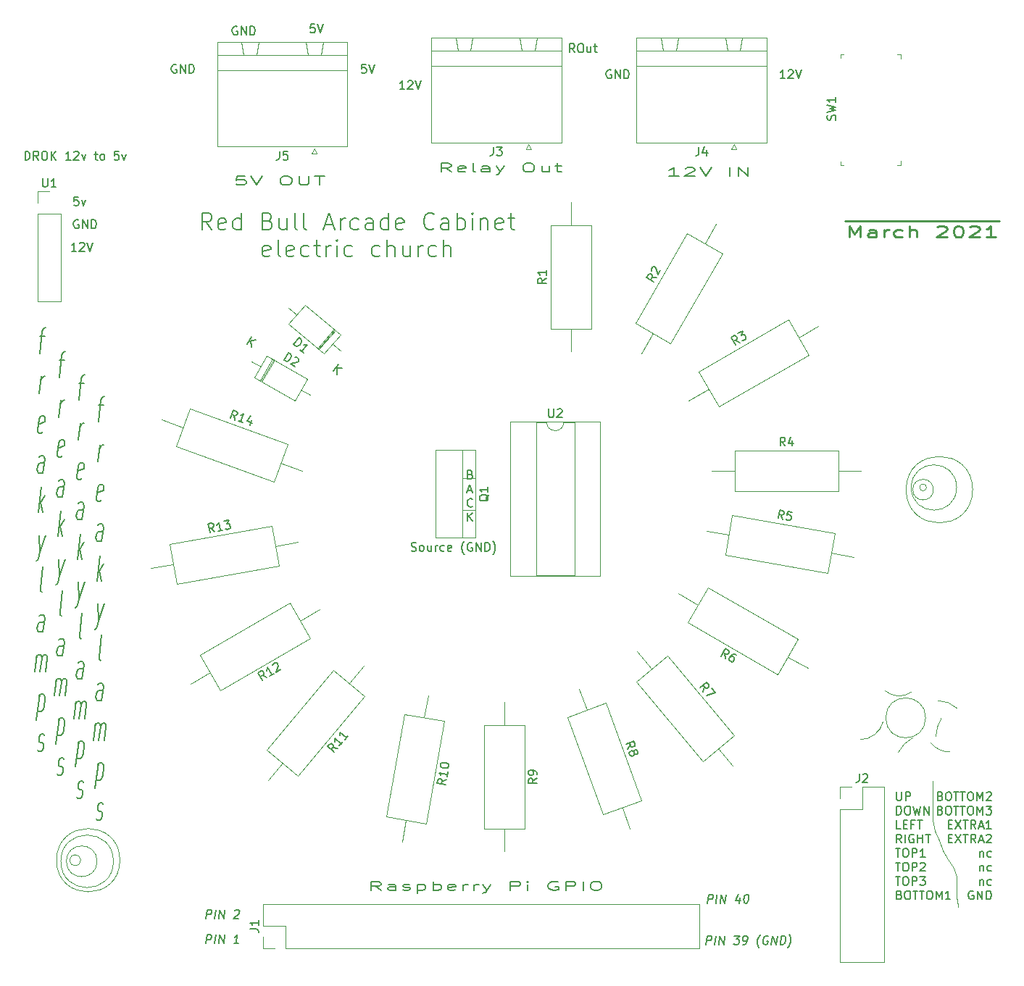
<source format=gbr>
G04 #@! TF.GenerationSoftware,KiCad,Pcbnew,(5.1.4)-1*
G04 #@! TF.CreationDate,2021-03-17T02:00:29-04:00*
G04 #@! TF.ProjectId,RB_switch_pcb,52425f73-7769-4746-9368-5f7063622e6b,rev?*
G04 #@! TF.SameCoordinates,Original*
G04 #@! TF.FileFunction,Legend,Top*
G04 #@! TF.FilePolarity,Positive*
%FSLAX46Y46*%
G04 Gerber Fmt 4.6, Leading zero omitted, Abs format (unit mm)*
G04 Created by KiCad (PCBNEW (5.1.4)-1) date 2021-03-17 02:00:29*
%MOMM*%
%LPD*%
G04 APERTURE LIST*
%ADD10C,0.120000*%
%ADD11C,0.150000*%
%ADD12C,0.250000*%
%ADD13C,0.100000*%
G04 APERTURE END LIST*
D10*
X166517609Y-99441000D02*
G75*
G03X166517609Y-99441000I-401609J0D01*
G01*
X167320828Y-99695000D02*
G75*
G03X167320828Y-99695000I-1204828J0D01*
G01*
X170037838Y-99441000D02*
G75*
G03X170037838Y-99441000I-2651838J0D01*
G01*
X171908528Y-99695000D02*
G75*
G03X171908528Y-99695000I-3887528J0D01*
G01*
X72282654Y-143002000D02*
G75*
G03X72282654Y-143002000I-3702654J0D01*
G01*
X67703575Y-143002000D02*
G75*
G03X67703575Y-143002000I-647575J0D01*
G01*
X69614051Y-143129000D02*
G75*
G03X69614051Y-143129000I-1796051J0D01*
G01*
X71524720Y-143129000D02*
G75*
G03X71524720Y-143129000I-3071720J0D01*
G01*
D11*
X69792705Y-89772142D02*
X70364133Y-89772142D01*
X69756991Y-91772142D02*
X70078419Y-89200714D01*
X70185562Y-88915000D01*
X70346276Y-88772142D01*
X70489133Y-88772142D01*
X69721276Y-96422142D02*
X69971276Y-94422142D01*
X69899848Y-94993571D02*
X70006991Y-94707857D01*
X70096276Y-94565000D01*
X70256991Y-94422142D01*
X70399848Y-94422142D01*
X70131991Y-100929285D02*
X69971276Y-101072142D01*
X69685562Y-101072142D01*
X69560562Y-100929285D01*
X69524848Y-100643571D01*
X69667705Y-99500714D01*
X69774848Y-99215000D01*
X69935562Y-99072142D01*
X70221276Y-99072142D01*
X70346276Y-99215000D01*
X70381991Y-99500714D01*
X70346276Y-99786428D01*
X69596276Y-100072142D01*
X70149848Y-105722142D02*
X70346276Y-104150714D01*
X70310562Y-103865000D01*
X70185562Y-103722142D01*
X69899848Y-103722142D01*
X69739133Y-103865000D01*
X70167705Y-105579285D02*
X70006991Y-105722142D01*
X69649848Y-105722142D01*
X69524848Y-105579285D01*
X69489133Y-105293571D01*
X69524848Y-105007857D01*
X69631991Y-104722142D01*
X69792705Y-104579285D01*
X70149848Y-104579285D01*
X70310562Y-104436428D01*
X69578419Y-110372142D02*
X69953419Y-107372142D01*
X69864133Y-109229285D02*
X70149848Y-110372142D01*
X70399848Y-108372142D02*
X69685562Y-109515000D01*
X69721276Y-113022142D02*
X69828419Y-115022142D01*
X70435562Y-113022142D02*
X69828419Y-115022142D01*
X69596276Y-115736428D01*
X69506991Y-115879285D01*
X69346276Y-116022142D01*
X70006991Y-119672142D02*
X69881991Y-119529285D01*
X69846276Y-119243571D01*
X70167705Y-116672142D01*
X70149848Y-124322142D02*
X70346276Y-122750714D01*
X70310562Y-122465000D01*
X70185562Y-122322142D01*
X69899848Y-122322142D01*
X69739133Y-122465000D01*
X70167705Y-124179285D02*
X70006991Y-124322142D01*
X69649848Y-124322142D01*
X69524848Y-124179285D01*
X69489133Y-123893571D01*
X69524848Y-123607857D01*
X69631991Y-123322142D01*
X69792705Y-123179285D01*
X70149848Y-123179285D01*
X70310562Y-123036428D01*
X69185562Y-128972142D02*
X69435562Y-126972142D01*
X69399848Y-127257857D02*
X69489133Y-127115000D01*
X69649848Y-126972142D01*
X69864133Y-126972142D01*
X69989133Y-127115000D01*
X70024848Y-127400714D01*
X69828419Y-128972142D01*
X70024848Y-127400714D02*
X70131991Y-127115000D01*
X70292705Y-126972142D01*
X70506991Y-126972142D01*
X70631991Y-127115000D01*
X70667705Y-127400714D01*
X70471276Y-128972142D01*
X69756991Y-131622142D02*
X69381991Y-134622142D01*
X69739133Y-131765000D02*
X69899848Y-131622142D01*
X70185562Y-131622142D01*
X70310562Y-131765000D01*
X70364133Y-131907857D01*
X70399848Y-132193571D01*
X70292705Y-133050714D01*
X70185562Y-133336428D01*
X70096276Y-133479285D01*
X69935562Y-133622142D01*
X69649848Y-133622142D01*
X69524848Y-133479285D01*
X69524848Y-138129285D02*
X69649848Y-138272142D01*
X69935562Y-138272142D01*
X70096276Y-138129285D01*
X70203419Y-137843571D01*
X70221276Y-137700714D01*
X70185562Y-137415000D01*
X70060562Y-137272142D01*
X69846276Y-137272142D01*
X69721276Y-137129285D01*
X69685562Y-136843571D01*
X69703419Y-136700714D01*
X69810562Y-136415000D01*
X69971276Y-136272142D01*
X70185562Y-136272142D01*
X70310562Y-136415000D01*
X67506705Y-87232142D02*
X68078133Y-87232142D01*
X67470991Y-89232142D02*
X67792419Y-86660714D01*
X67899562Y-86375000D01*
X68060276Y-86232142D01*
X68203133Y-86232142D01*
X67435276Y-93882142D02*
X67685276Y-91882142D01*
X67613848Y-92453571D02*
X67720991Y-92167857D01*
X67810276Y-92025000D01*
X67970991Y-91882142D01*
X68113848Y-91882142D01*
X67845991Y-98389285D02*
X67685276Y-98532142D01*
X67399562Y-98532142D01*
X67274562Y-98389285D01*
X67238848Y-98103571D01*
X67381705Y-96960714D01*
X67488848Y-96675000D01*
X67649562Y-96532142D01*
X67935276Y-96532142D01*
X68060276Y-96675000D01*
X68095991Y-96960714D01*
X68060276Y-97246428D01*
X67310276Y-97532142D01*
X67863848Y-103182142D02*
X68060276Y-101610714D01*
X68024562Y-101325000D01*
X67899562Y-101182142D01*
X67613848Y-101182142D01*
X67453133Y-101325000D01*
X67881705Y-103039285D02*
X67720991Y-103182142D01*
X67363848Y-103182142D01*
X67238848Y-103039285D01*
X67203133Y-102753571D01*
X67238848Y-102467857D01*
X67345991Y-102182142D01*
X67506705Y-102039285D01*
X67863848Y-102039285D01*
X68024562Y-101896428D01*
X67292419Y-107832142D02*
X67667419Y-104832142D01*
X67578133Y-106689285D02*
X67863848Y-107832142D01*
X68113848Y-105832142D02*
X67399562Y-106975000D01*
X67435276Y-110482142D02*
X67542419Y-112482142D01*
X68149562Y-110482142D02*
X67542419Y-112482142D01*
X67310276Y-113196428D01*
X67220991Y-113339285D01*
X67060276Y-113482142D01*
X67720991Y-117132142D02*
X67595991Y-116989285D01*
X67560276Y-116703571D01*
X67881705Y-114132142D01*
X67863848Y-121782142D02*
X68060276Y-120210714D01*
X68024562Y-119925000D01*
X67899562Y-119782142D01*
X67613848Y-119782142D01*
X67453133Y-119925000D01*
X67881705Y-121639285D02*
X67720991Y-121782142D01*
X67363848Y-121782142D01*
X67238848Y-121639285D01*
X67203133Y-121353571D01*
X67238848Y-121067857D01*
X67345991Y-120782142D01*
X67506705Y-120639285D01*
X67863848Y-120639285D01*
X68024562Y-120496428D01*
X66899562Y-126432142D02*
X67149562Y-124432142D01*
X67113848Y-124717857D02*
X67203133Y-124575000D01*
X67363848Y-124432142D01*
X67578133Y-124432142D01*
X67703133Y-124575000D01*
X67738848Y-124860714D01*
X67542419Y-126432142D01*
X67738848Y-124860714D02*
X67845991Y-124575000D01*
X68006705Y-124432142D01*
X68220991Y-124432142D01*
X68345991Y-124575000D01*
X68381705Y-124860714D01*
X68185276Y-126432142D01*
X67470991Y-129082142D02*
X67095991Y-132082142D01*
X67453133Y-129225000D02*
X67613848Y-129082142D01*
X67899562Y-129082142D01*
X68024562Y-129225000D01*
X68078133Y-129367857D01*
X68113848Y-129653571D01*
X68006705Y-130510714D01*
X67899562Y-130796428D01*
X67810276Y-130939285D01*
X67649562Y-131082142D01*
X67363848Y-131082142D01*
X67238848Y-130939285D01*
X67238848Y-135589285D02*
X67363848Y-135732142D01*
X67649562Y-135732142D01*
X67810276Y-135589285D01*
X67917419Y-135303571D01*
X67935276Y-135160714D01*
X67899562Y-134875000D01*
X67774562Y-134732142D01*
X67560276Y-134732142D01*
X67435276Y-134589285D01*
X67399562Y-134303571D01*
X67417419Y-134160714D01*
X67524562Y-133875000D01*
X67685276Y-133732142D01*
X67899562Y-133732142D01*
X68024562Y-133875000D01*
X65220705Y-84565142D02*
X65792133Y-84565142D01*
X65184991Y-86565142D02*
X65506419Y-83993714D01*
X65613562Y-83708000D01*
X65774276Y-83565142D01*
X65917133Y-83565142D01*
X65149276Y-91215142D02*
X65399276Y-89215142D01*
X65327848Y-89786571D02*
X65434991Y-89500857D01*
X65524276Y-89358000D01*
X65684991Y-89215142D01*
X65827848Y-89215142D01*
X65559991Y-95722285D02*
X65399276Y-95865142D01*
X65113562Y-95865142D01*
X64988562Y-95722285D01*
X64952848Y-95436571D01*
X65095705Y-94293714D01*
X65202848Y-94008000D01*
X65363562Y-93865142D01*
X65649276Y-93865142D01*
X65774276Y-94008000D01*
X65809991Y-94293714D01*
X65774276Y-94579428D01*
X65024276Y-94865142D01*
X65577848Y-100515142D02*
X65774276Y-98943714D01*
X65738562Y-98658000D01*
X65613562Y-98515142D01*
X65327848Y-98515142D01*
X65167133Y-98658000D01*
X65595705Y-100372285D02*
X65434991Y-100515142D01*
X65077848Y-100515142D01*
X64952848Y-100372285D01*
X64917133Y-100086571D01*
X64952848Y-99800857D01*
X65059991Y-99515142D01*
X65220705Y-99372285D01*
X65577848Y-99372285D01*
X65738562Y-99229428D01*
X65006419Y-105165142D02*
X65381419Y-102165142D01*
X65292133Y-104022285D02*
X65577848Y-105165142D01*
X65827848Y-103165142D02*
X65113562Y-104308000D01*
X65149276Y-107815142D02*
X65256419Y-109815142D01*
X65863562Y-107815142D02*
X65256419Y-109815142D01*
X65024276Y-110529428D01*
X64934991Y-110672285D01*
X64774276Y-110815142D01*
X65434991Y-114465142D02*
X65309991Y-114322285D01*
X65274276Y-114036571D01*
X65595705Y-111465142D01*
X65577848Y-119115142D02*
X65774276Y-117543714D01*
X65738562Y-117258000D01*
X65613562Y-117115142D01*
X65327848Y-117115142D01*
X65167133Y-117258000D01*
X65595705Y-118972285D02*
X65434991Y-119115142D01*
X65077848Y-119115142D01*
X64952848Y-118972285D01*
X64917133Y-118686571D01*
X64952848Y-118400857D01*
X65059991Y-118115142D01*
X65220705Y-117972285D01*
X65577848Y-117972285D01*
X65738562Y-117829428D01*
X64613562Y-123765142D02*
X64863562Y-121765142D01*
X64827848Y-122050857D02*
X64917133Y-121908000D01*
X65077848Y-121765142D01*
X65292133Y-121765142D01*
X65417133Y-121908000D01*
X65452848Y-122193714D01*
X65256419Y-123765142D01*
X65452848Y-122193714D02*
X65559991Y-121908000D01*
X65720705Y-121765142D01*
X65934991Y-121765142D01*
X66059991Y-121908000D01*
X66095705Y-122193714D01*
X65899276Y-123765142D01*
X65184991Y-126415142D02*
X64809991Y-129415142D01*
X65167133Y-126558000D02*
X65327848Y-126415142D01*
X65613562Y-126415142D01*
X65738562Y-126558000D01*
X65792133Y-126700857D01*
X65827848Y-126986571D01*
X65720705Y-127843714D01*
X65613562Y-128129428D01*
X65524276Y-128272285D01*
X65363562Y-128415142D01*
X65077848Y-128415142D01*
X64952848Y-128272285D01*
X64952848Y-132922285D02*
X65077848Y-133065142D01*
X65363562Y-133065142D01*
X65524276Y-132922285D01*
X65631419Y-132636571D01*
X65649276Y-132493714D01*
X65613562Y-132208000D01*
X65488562Y-132065142D01*
X65274276Y-132065142D01*
X65149276Y-131922285D01*
X65113562Y-131636571D01*
X65131419Y-131493714D01*
X65238562Y-131208000D01*
X65399276Y-131065142D01*
X65613562Y-131065142D01*
X65738562Y-131208000D01*
D12*
X156989000Y-68335000D02*
X159274714Y-68335000D01*
X157465190Y-70184095D02*
X157465190Y-68884095D01*
X158131857Y-69812666D01*
X158798523Y-68884095D01*
X158798523Y-70184095D01*
X159274714Y-68335000D02*
X161084238Y-68335000D01*
X160608047Y-70184095D02*
X160608047Y-69503142D01*
X160512809Y-69379333D01*
X160322333Y-69317428D01*
X159941380Y-69317428D01*
X159750904Y-69379333D01*
X160608047Y-70122190D02*
X160417571Y-70184095D01*
X159941380Y-70184095D01*
X159750904Y-70122190D01*
X159655666Y-69998380D01*
X159655666Y-69874571D01*
X159750904Y-69750761D01*
X159941380Y-69688857D01*
X160417571Y-69688857D01*
X160608047Y-69626952D01*
X161084238Y-68335000D02*
X162322333Y-68335000D01*
X161560428Y-70184095D02*
X161560428Y-69317428D01*
X161560428Y-69565047D02*
X161655666Y-69441238D01*
X161750904Y-69379333D01*
X161941380Y-69317428D01*
X162131857Y-69317428D01*
X162322333Y-68335000D02*
X164036619Y-68335000D01*
X163655666Y-70122190D02*
X163465190Y-70184095D01*
X163084238Y-70184095D01*
X162893761Y-70122190D01*
X162798523Y-70060285D01*
X162703285Y-69936476D01*
X162703285Y-69565047D01*
X162798523Y-69441238D01*
X162893761Y-69379333D01*
X163084238Y-69317428D01*
X163465190Y-69317428D01*
X163655666Y-69379333D01*
X164036619Y-68335000D02*
X165846142Y-68335000D01*
X164512809Y-70184095D02*
X164512809Y-68884095D01*
X165369952Y-70184095D02*
X165369952Y-69503142D01*
X165274714Y-69379333D01*
X165084238Y-69317428D01*
X164798523Y-69317428D01*
X164608047Y-69379333D01*
X164512809Y-69441238D01*
X165846142Y-68335000D02*
X167369952Y-68335000D01*
X167369952Y-68335000D02*
X169274714Y-68335000D01*
X167750904Y-69007904D02*
X167846142Y-68946000D01*
X168036619Y-68884095D01*
X168512809Y-68884095D01*
X168703285Y-68946000D01*
X168798523Y-69007904D01*
X168893761Y-69131714D01*
X168893761Y-69255523D01*
X168798523Y-69441238D01*
X167655666Y-70184095D01*
X168893761Y-70184095D01*
X169274714Y-68335000D02*
X171179476Y-68335000D01*
X170131857Y-68884095D02*
X170322333Y-68884095D01*
X170512809Y-68946000D01*
X170608047Y-69007904D01*
X170703285Y-69131714D01*
X170798523Y-69379333D01*
X170798523Y-69688857D01*
X170703285Y-69936476D01*
X170608047Y-70060285D01*
X170512809Y-70122190D01*
X170322333Y-70184095D01*
X170131857Y-70184095D01*
X169941380Y-70122190D01*
X169846142Y-70060285D01*
X169750904Y-69936476D01*
X169655666Y-69688857D01*
X169655666Y-69379333D01*
X169750904Y-69131714D01*
X169846142Y-69007904D01*
X169941380Y-68946000D01*
X170131857Y-68884095D01*
X171179476Y-68335000D02*
X173084238Y-68335000D01*
X171560428Y-69007904D02*
X171655666Y-68946000D01*
X171846142Y-68884095D01*
X172322333Y-68884095D01*
X172512809Y-68946000D01*
X172608047Y-69007904D01*
X172703285Y-69131714D01*
X172703285Y-69255523D01*
X172608047Y-69441238D01*
X171465190Y-70184095D01*
X172703285Y-70184095D01*
X173084238Y-68335000D02*
X174989000Y-68335000D01*
X174608047Y-70184095D02*
X173465190Y-70184095D01*
X174036619Y-70184095D02*
X174036619Y-68884095D01*
X173846142Y-69069809D01*
X173655666Y-69193619D01*
X173465190Y-69255523D01*
D11*
X62934705Y-81771142D02*
X63506133Y-81771142D01*
X62898991Y-83771142D02*
X63220419Y-81199714D01*
X63327562Y-80914000D01*
X63488276Y-80771142D01*
X63631133Y-80771142D01*
X62863276Y-88421142D02*
X63113276Y-86421142D01*
X63041848Y-86992571D02*
X63148991Y-86706857D01*
X63238276Y-86564000D01*
X63398991Y-86421142D01*
X63541848Y-86421142D01*
X63273991Y-92928285D02*
X63113276Y-93071142D01*
X62827562Y-93071142D01*
X62702562Y-92928285D01*
X62666848Y-92642571D01*
X62809705Y-91499714D01*
X62916848Y-91214000D01*
X63077562Y-91071142D01*
X63363276Y-91071142D01*
X63488276Y-91214000D01*
X63523991Y-91499714D01*
X63488276Y-91785428D01*
X62738276Y-92071142D01*
X63291848Y-97721142D02*
X63488276Y-96149714D01*
X63452562Y-95864000D01*
X63327562Y-95721142D01*
X63041848Y-95721142D01*
X62881133Y-95864000D01*
X63309705Y-97578285D02*
X63148991Y-97721142D01*
X62791848Y-97721142D01*
X62666848Y-97578285D01*
X62631133Y-97292571D01*
X62666848Y-97006857D01*
X62773991Y-96721142D01*
X62934705Y-96578285D01*
X63291848Y-96578285D01*
X63452562Y-96435428D01*
X62720419Y-102371142D02*
X63095419Y-99371142D01*
X63006133Y-101228285D02*
X63291848Y-102371142D01*
X63541848Y-100371142D02*
X62827562Y-101514000D01*
X62863276Y-105021142D02*
X62970419Y-107021142D01*
X63577562Y-105021142D02*
X62970419Y-107021142D01*
X62738276Y-107735428D01*
X62648991Y-107878285D01*
X62488276Y-108021142D01*
X63148991Y-111671142D02*
X63023991Y-111528285D01*
X62988276Y-111242571D01*
X63309705Y-108671142D01*
X63291848Y-116321142D02*
X63488276Y-114749714D01*
X63452562Y-114464000D01*
X63327562Y-114321142D01*
X63041848Y-114321142D01*
X62881133Y-114464000D01*
X63309705Y-116178285D02*
X63148991Y-116321142D01*
X62791848Y-116321142D01*
X62666848Y-116178285D01*
X62631133Y-115892571D01*
X62666848Y-115606857D01*
X62773991Y-115321142D01*
X62934705Y-115178285D01*
X63291848Y-115178285D01*
X63452562Y-115035428D01*
X62327562Y-120971142D02*
X62577562Y-118971142D01*
X62541848Y-119256857D02*
X62631133Y-119114000D01*
X62791848Y-118971142D01*
X63006133Y-118971142D01*
X63131133Y-119114000D01*
X63166848Y-119399714D01*
X62970419Y-120971142D01*
X63166848Y-119399714D02*
X63273991Y-119114000D01*
X63434705Y-118971142D01*
X63648991Y-118971142D01*
X63773991Y-119114000D01*
X63809705Y-119399714D01*
X63613276Y-120971142D01*
X62898991Y-123621142D02*
X62523991Y-126621142D01*
X62881133Y-123764000D02*
X63041848Y-123621142D01*
X63327562Y-123621142D01*
X63452562Y-123764000D01*
X63506133Y-123906857D01*
X63541848Y-124192571D01*
X63434705Y-125049714D01*
X63327562Y-125335428D01*
X63238276Y-125478285D01*
X63077562Y-125621142D01*
X62791848Y-125621142D01*
X62666848Y-125478285D01*
X62666848Y-130128285D02*
X62791848Y-130271142D01*
X63077562Y-130271142D01*
X63238276Y-130128285D01*
X63345419Y-129842571D01*
X63363276Y-129699714D01*
X63327562Y-129414000D01*
X63202562Y-129271142D01*
X62988276Y-129271142D01*
X62863276Y-129128285D01*
X62827562Y-128842571D01*
X62845419Y-128699714D01*
X62952562Y-128414000D01*
X63113276Y-128271142D01*
X63327562Y-128271142D01*
X63452562Y-128414000D01*
X113228428Y-97910571D02*
X113371285Y-97958190D01*
X113418904Y-98005809D01*
X113466523Y-98101047D01*
X113466523Y-98243904D01*
X113418904Y-98339142D01*
X113371285Y-98386761D01*
X113276047Y-98434380D01*
X112895095Y-98434380D01*
X112895095Y-97434380D01*
X113228428Y-97434380D01*
X113323666Y-97482000D01*
X113371285Y-97529619D01*
X113418904Y-97624857D01*
X113418904Y-97720095D01*
X113371285Y-97815333D01*
X113323666Y-97862952D01*
X113228428Y-97910571D01*
X112895095Y-97910571D01*
X112918904Y-99798666D02*
X113395095Y-99798666D01*
X112823666Y-100084380D02*
X113157000Y-99084380D01*
X113490333Y-100084380D01*
X113466523Y-101639142D02*
X113418904Y-101686761D01*
X113276047Y-101734380D01*
X113180809Y-101734380D01*
X113037952Y-101686761D01*
X112942714Y-101591523D01*
X112895095Y-101496285D01*
X112847476Y-101305809D01*
X112847476Y-101162952D01*
X112895095Y-100972476D01*
X112942714Y-100877238D01*
X113037952Y-100782000D01*
X113180809Y-100734380D01*
X113276047Y-100734380D01*
X113418904Y-100782000D01*
X113466523Y-100829619D01*
X112895095Y-103384380D02*
X112895095Y-102384380D01*
X113466523Y-103384380D02*
X113037952Y-102812952D01*
X113466523Y-102384380D02*
X112895095Y-102955809D01*
X106323428Y-106830761D02*
X106466285Y-106878380D01*
X106704380Y-106878380D01*
X106799619Y-106830761D01*
X106847238Y-106783142D01*
X106894857Y-106687904D01*
X106894857Y-106592666D01*
X106847238Y-106497428D01*
X106799619Y-106449809D01*
X106704380Y-106402190D01*
X106513904Y-106354571D01*
X106418666Y-106306952D01*
X106371047Y-106259333D01*
X106323428Y-106164095D01*
X106323428Y-106068857D01*
X106371047Y-105973619D01*
X106418666Y-105926000D01*
X106513904Y-105878380D01*
X106752000Y-105878380D01*
X106894857Y-105926000D01*
X107466285Y-106878380D02*
X107371047Y-106830761D01*
X107323428Y-106783142D01*
X107275809Y-106687904D01*
X107275809Y-106402190D01*
X107323428Y-106306952D01*
X107371047Y-106259333D01*
X107466285Y-106211714D01*
X107609142Y-106211714D01*
X107704380Y-106259333D01*
X107752000Y-106306952D01*
X107799619Y-106402190D01*
X107799619Y-106687904D01*
X107752000Y-106783142D01*
X107704380Y-106830761D01*
X107609142Y-106878380D01*
X107466285Y-106878380D01*
X108656761Y-106211714D02*
X108656761Y-106878380D01*
X108228190Y-106211714D02*
X108228190Y-106735523D01*
X108275809Y-106830761D01*
X108371047Y-106878380D01*
X108513904Y-106878380D01*
X108609142Y-106830761D01*
X108656761Y-106783142D01*
X109132952Y-106878380D02*
X109132952Y-106211714D01*
X109132952Y-106402190D02*
X109180571Y-106306952D01*
X109228190Y-106259333D01*
X109323428Y-106211714D01*
X109418666Y-106211714D01*
X110180571Y-106830761D02*
X110085333Y-106878380D01*
X109894857Y-106878380D01*
X109799619Y-106830761D01*
X109752000Y-106783142D01*
X109704380Y-106687904D01*
X109704380Y-106402190D01*
X109752000Y-106306952D01*
X109799619Y-106259333D01*
X109894857Y-106211714D01*
X110085333Y-106211714D01*
X110180571Y-106259333D01*
X110990095Y-106830761D02*
X110894857Y-106878380D01*
X110704380Y-106878380D01*
X110609142Y-106830761D01*
X110561523Y-106735523D01*
X110561523Y-106354571D01*
X110609142Y-106259333D01*
X110704380Y-106211714D01*
X110894857Y-106211714D01*
X110990095Y-106259333D01*
X111037714Y-106354571D01*
X111037714Y-106449809D01*
X110561523Y-106545047D01*
X112513904Y-107259333D02*
X112466285Y-107211714D01*
X112371047Y-107068857D01*
X112323428Y-106973619D01*
X112275809Y-106830761D01*
X112228190Y-106592666D01*
X112228190Y-106402190D01*
X112275809Y-106164095D01*
X112323428Y-106021238D01*
X112371047Y-105926000D01*
X112466285Y-105783142D01*
X112513904Y-105735523D01*
X113418666Y-105926000D02*
X113323428Y-105878380D01*
X113180571Y-105878380D01*
X113037714Y-105926000D01*
X112942476Y-106021238D01*
X112894857Y-106116476D01*
X112847238Y-106306952D01*
X112847238Y-106449809D01*
X112894857Y-106640285D01*
X112942476Y-106735523D01*
X113037714Y-106830761D01*
X113180571Y-106878380D01*
X113275809Y-106878380D01*
X113418666Y-106830761D01*
X113466285Y-106783142D01*
X113466285Y-106449809D01*
X113275809Y-106449809D01*
X113894857Y-106878380D02*
X113894857Y-105878380D01*
X114466285Y-106878380D01*
X114466285Y-105878380D01*
X114942476Y-106878380D02*
X114942476Y-105878380D01*
X115180571Y-105878380D01*
X115323428Y-105926000D01*
X115418666Y-106021238D01*
X115466285Y-106116476D01*
X115513904Y-106306952D01*
X115513904Y-106449809D01*
X115466285Y-106640285D01*
X115418666Y-106735523D01*
X115323428Y-106830761D01*
X115180571Y-106878380D01*
X114942476Y-106878380D01*
X115847238Y-107259333D02*
X115894857Y-107211714D01*
X115990095Y-107068857D01*
X116037714Y-106973619D01*
X116085333Y-106830761D01*
X116132952Y-106592666D01*
X116132952Y-106402190D01*
X116085333Y-106164095D01*
X116037714Y-106021238D01*
X115990095Y-105926000D01*
X115894857Y-105783142D01*
X115847238Y-105735523D01*
X140925872Y-148026380D02*
X141050872Y-147026380D01*
X141431824Y-147026380D01*
X141521110Y-147074000D01*
X141562776Y-147121619D01*
X141598491Y-147216857D01*
X141580633Y-147359714D01*
X141521110Y-147454952D01*
X141467538Y-147502571D01*
X141366348Y-147550190D01*
X140985395Y-147550190D01*
X141925872Y-148026380D02*
X142050872Y-147026380D01*
X142402062Y-148026380D02*
X142527062Y-147026380D01*
X142973491Y-148026380D01*
X143098491Y-147026380D01*
X144723491Y-147359714D02*
X144640157Y-148026380D01*
X144533014Y-146978761D02*
X144205633Y-147693047D01*
X144824681Y-147693047D01*
X145479443Y-147026380D02*
X145574681Y-147026380D01*
X145663967Y-147074000D01*
X145705633Y-147121619D01*
X145741348Y-147216857D01*
X145765157Y-147407333D01*
X145735395Y-147645428D01*
X145663967Y-147835904D01*
X145604443Y-147931142D01*
X145550872Y-147978761D01*
X145449681Y-148026380D01*
X145354443Y-148026380D01*
X145265157Y-147978761D01*
X145223491Y-147931142D01*
X145187776Y-147835904D01*
X145163967Y-147645428D01*
X145193729Y-147407333D01*
X145265157Y-147216857D01*
X145324681Y-147121619D01*
X145378252Y-147074000D01*
X145479443Y-147026380D01*
X140767443Y-152852380D02*
X140892443Y-151852380D01*
X141273395Y-151852380D01*
X141362681Y-151900000D01*
X141404348Y-151947619D01*
X141440062Y-152042857D01*
X141422205Y-152185714D01*
X141362681Y-152280952D01*
X141309110Y-152328571D01*
X141207919Y-152376190D01*
X140826967Y-152376190D01*
X141767443Y-152852380D02*
X141892443Y-151852380D01*
X142243633Y-152852380D02*
X142368633Y-151852380D01*
X142815062Y-152852380D01*
X142940062Y-151852380D01*
X144082919Y-151852380D02*
X144701967Y-151852380D01*
X144321014Y-152233333D01*
X144463872Y-152233333D01*
X144553157Y-152280952D01*
X144594824Y-152328571D01*
X144630538Y-152423809D01*
X144600776Y-152661904D01*
X144541252Y-152757142D01*
X144487681Y-152804761D01*
X144386491Y-152852380D01*
X144100776Y-152852380D01*
X144011491Y-152804761D01*
X143969824Y-152757142D01*
X145053157Y-152852380D02*
X145243633Y-152852380D01*
X145344824Y-152804761D01*
X145398395Y-152757142D01*
X145511491Y-152614285D01*
X145582919Y-152423809D01*
X145630538Y-152042857D01*
X145594824Y-151947619D01*
X145553157Y-151900000D01*
X145463872Y-151852380D01*
X145273395Y-151852380D01*
X145172205Y-151900000D01*
X145118633Y-151947619D01*
X145059110Y-152042857D01*
X145029348Y-152280952D01*
X145065062Y-152376190D01*
X145106729Y-152423809D01*
X145196014Y-152471428D01*
X145386491Y-152471428D01*
X145487681Y-152423809D01*
X145541252Y-152376190D01*
X145600776Y-152280952D01*
X146957919Y-153233333D02*
X146916252Y-153185714D01*
X146838872Y-153042857D01*
X146803157Y-152947619D01*
X146773395Y-152804761D01*
X146755538Y-152566666D01*
X146779348Y-152376190D01*
X146856729Y-152138095D01*
X146922205Y-151995238D01*
X146981729Y-151900000D01*
X147094824Y-151757142D01*
X147148395Y-151709523D01*
X148029348Y-151900000D02*
X147940062Y-151852380D01*
X147797205Y-151852380D01*
X147648395Y-151900000D01*
X147541252Y-151995238D01*
X147481729Y-152090476D01*
X147410300Y-152280952D01*
X147392443Y-152423809D01*
X147416252Y-152614285D01*
X147451967Y-152709523D01*
X147535300Y-152804761D01*
X147672205Y-152852380D01*
X147767443Y-152852380D01*
X147916252Y-152804761D01*
X147969824Y-152757142D01*
X148011491Y-152423809D01*
X147821014Y-152423809D01*
X148386491Y-152852380D02*
X148511491Y-151852380D01*
X148957919Y-152852380D01*
X149082919Y-151852380D01*
X149434110Y-152852380D02*
X149559110Y-151852380D01*
X149797205Y-151852380D01*
X149934110Y-151900000D01*
X150017443Y-151995238D01*
X150053157Y-152090476D01*
X150076967Y-152280952D01*
X150059110Y-152423809D01*
X149987681Y-152614285D01*
X149928157Y-152709523D01*
X149821014Y-152804761D01*
X149672205Y-152852380D01*
X149434110Y-152852380D01*
X150291252Y-153233333D02*
X150344824Y-153185714D01*
X150457919Y-153042857D01*
X150517443Y-152947619D01*
X150582919Y-152804761D01*
X150660300Y-152566666D01*
X150684110Y-152376190D01*
X150666252Y-152138095D01*
X150636491Y-151995238D01*
X150600776Y-151900000D01*
X150523395Y-151757142D01*
X150481729Y-151709523D01*
X82347062Y-149804380D02*
X82472062Y-148804380D01*
X82853014Y-148804380D01*
X82942300Y-148852000D01*
X82983967Y-148899619D01*
X83019681Y-148994857D01*
X83001824Y-149137714D01*
X82942300Y-149232952D01*
X82888729Y-149280571D01*
X82787538Y-149328190D01*
X82406586Y-149328190D01*
X83347062Y-149804380D02*
X83472062Y-148804380D01*
X83823252Y-149804380D02*
X83948252Y-148804380D01*
X84394681Y-149804380D01*
X84519681Y-148804380D01*
X85698252Y-148899619D02*
X85751824Y-148852000D01*
X85853014Y-148804380D01*
X86091110Y-148804380D01*
X86180395Y-148852000D01*
X86222062Y-148899619D01*
X86257776Y-148994857D01*
X86245872Y-149090095D01*
X86180395Y-149232952D01*
X85537538Y-149804380D01*
X86156586Y-149804380D01*
X82347062Y-152725380D02*
X82472062Y-151725380D01*
X82853014Y-151725380D01*
X82942300Y-151773000D01*
X82983967Y-151820619D01*
X83019681Y-151915857D01*
X83001824Y-152058714D01*
X82942300Y-152153952D01*
X82888729Y-152201571D01*
X82787538Y-152249190D01*
X82406586Y-152249190D01*
X83347062Y-152725380D02*
X83472062Y-151725380D01*
X83823252Y-152725380D02*
X83948252Y-151725380D01*
X84394681Y-152725380D01*
X84519681Y-151725380D01*
X86156586Y-152725380D02*
X85585157Y-152725380D01*
X85870872Y-152725380D02*
X85995872Y-151725380D01*
X85882776Y-151868238D01*
X85775633Y-151963476D01*
X85674443Y-152011095D01*
X102776285Y-146502380D02*
X102109619Y-146026190D01*
X101633428Y-146502380D02*
X101633428Y-145502380D01*
X102395333Y-145502380D01*
X102585809Y-145550000D01*
X102681047Y-145597619D01*
X102776285Y-145692857D01*
X102776285Y-145835714D01*
X102681047Y-145930952D01*
X102585809Y-145978571D01*
X102395333Y-146026190D01*
X101633428Y-146026190D01*
X104490571Y-146502380D02*
X104490571Y-145978571D01*
X104395333Y-145883333D01*
X104204857Y-145835714D01*
X103823904Y-145835714D01*
X103633428Y-145883333D01*
X104490571Y-146454761D02*
X104300095Y-146502380D01*
X103823904Y-146502380D01*
X103633428Y-146454761D01*
X103538190Y-146359523D01*
X103538190Y-146264285D01*
X103633428Y-146169047D01*
X103823904Y-146121428D01*
X104300095Y-146121428D01*
X104490571Y-146073809D01*
X105347714Y-146454761D02*
X105538190Y-146502380D01*
X105919142Y-146502380D01*
X106109619Y-146454761D01*
X106204857Y-146359523D01*
X106204857Y-146311904D01*
X106109619Y-146216666D01*
X105919142Y-146169047D01*
X105633428Y-146169047D01*
X105442952Y-146121428D01*
X105347714Y-146026190D01*
X105347714Y-145978571D01*
X105442952Y-145883333D01*
X105633428Y-145835714D01*
X105919142Y-145835714D01*
X106109619Y-145883333D01*
X107062000Y-145835714D02*
X107062000Y-146835714D01*
X107062000Y-145883333D02*
X107252476Y-145835714D01*
X107633428Y-145835714D01*
X107823904Y-145883333D01*
X107919142Y-145930952D01*
X108014380Y-146026190D01*
X108014380Y-146311904D01*
X107919142Y-146407142D01*
X107823904Y-146454761D01*
X107633428Y-146502380D01*
X107252476Y-146502380D01*
X107062000Y-146454761D01*
X108871523Y-146502380D02*
X108871523Y-145502380D01*
X108871523Y-145883333D02*
X109062000Y-145835714D01*
X109442952Y-145835714D01*
X109633428Y-145883333D01*
X109728666Y-145930952D01*
X109823904Y-146026190D01*
X109823904Y-146311904D01*
X109728666Y-146407142D01*
X109633428Y-146454761D01*
X109442952Y-146502380D01*
X109062000Y-146502380D01*
X108871523Y-146454761D01*
X111442952Y-146454761D02*
X111252476Y-146502380D01*
X110871523Y-146502380D01*
X110681047Y-146454761D01*
X110585809Y-146359523D01*
X110585809Y-145978571D01*
X110681047Y-145883333D01*
X110871523Y-145835714D01*
X111252476Y-145835714D01*
X111442952Y-145883333D01*
X111538190Y-145978571D01*
X111538190Y-146073809D01*
X110585809Y-146169047D01*
X112395333Y-146502380D02*
X112395333Y-145835714D01*
X112395333Y-146026190D02*
X112490571Y-145930952D01*
X112585809Y-145883333D01*
X112776285Y-145835714D01*
X112966761Y-145835714D01*
X113633428Y-146502380D02*
X113633428Y-145835714D01*
X113633428Y-146026190D02*
X113728666Y-145930952D01*
X113823904Y-145883333D01*
X114014380Y-145835714D01*
X114204857Y-145835714D01*
X114681047Y-145835714D02*
X115157238Y-146502380D01*
X115633428Y-145835714D02*
X115157238Y-146502380D01*
X114966761Y-146740476D01*
X114871523Y-146788095D01*
X114681047Y-146835714D01*
X117919142Y-146502380D02*
X117919142Y-145502380D01*
X118681047Y-145502380D01*
X118871523Y-145550000D01*
X118966761Y-145597619D01*
X119062000Y-145692857D01*
X119062000Y-145835714D01*
X118966761Y-145930952D01*
X118871523Y-145978571D01*
X118681047Y-146026190D01*
X117919142Y-146026190D01*
X119919142Y-146502380D02*
X119919142Y-145835714D01*
X119919142Y-145502380D02*
X119823904Y-145550000D01*
X119919142Y-145597619D01*
X120014380Y-145550000D01*
X119919142Y-145502380D01*
X119919142Y-145597619D01*
X123442952Y-145550000D02*
X123252476Y-145502380D01*
X122966761Y-145502380D01*
X122681047Y-145550000D01*
X122490571Y-145645238D01*
X122395333Y-145740476D01*
X122300095Y-145930952D01*
X122300095Y-146073809D01*
X122395333Y-146264285D01*
X122490571Y-146359523D01*
X122681047Y-146454761D01*
X122966761Y-146502380D01*
X123157238Y-146502380D01*
X123442952Y-146454761D01*
X123538190Y-146407142D01*
X123538190Y-146073809D01*
X123157238Y-146073809D01*
X124395333Y-146502380D02*
X124395333Y-145502380D01*
X125157238Y-145502380D01*
X125347714Y-145550000D01*
X125442952Y-145597619D01*
X125538190Y-145692857D01*
X125538190Y-145835714D01*
X125442952Y-145930952D01*
X125347714Y-145978571D01*
X125157238Y-146026190D01*
X124395333Y-146026190D01*
X126395333Y-146502380D02*
X126395333Y-145502380D01*
X127728666Y-145502380D02*
X128109619Y-145502380D01*
X128300095Y-145550000D01*
X128490571Y-145645238D01*
X128585809Y-145835714D01*
X128585809Y-146169047D01*
X128490571Y-146359523D01*
X128300095Y-146454761D01*
X128109619Y-146502380D01*
X127728666Y-146502380D01*
X127538190Y-146454761D01*
X127347714Y-146359523D01*
X127252476Y-146169047D01*
X127252476Y-145835714D01*
X127347714Y-145645238D01*
X127538190Y-145550000D01*
X127728666Y-145502380D01*
D10*
X167598371Y-128585766D02*
G75*
G02X168275001Y-126365001I4613629J-192234D01*
G01*
X169291000Y-130356704D02*
G75*
G02X167005001Y-129285999I0J2975704D01*
G01*
X163201772Y-130415967D02*
G75*
G02X164973001Y-128651001I3676228J-1918033D01*
G01*
X161460578Y-126788645D02*
G75*
G02X158750000Y-128905000I-2710578J677645D01*
G01*
X164750150Y-123362308D02*
G75*
G02X161671001Y-123189999I-1428150J2077308D01*
G01*
X167894000Y-124363629D02*
G75*
G02X170052999Y-125222001I0J-3144371D01*
G01*
X166415410Y-126365000D02*
G75*
G03X166415410Y-126365000I-2331410J0D01*
G01*
X170180000Y-148336000D02*
X170180000Y-148463000D01*
X170053000Y-147320000D02*
X170180000Y-148336000D01*
X170053000Y-146050000D02*
X170053000Y-147320000D01*
X170053000Y-144907000D02*
X170053000Y-146050000D01*
X169672000Y-143891000D02*
X170053000Y-144907000D01*
X169037000Y-142875000D02*
X169672000Y-143891000D01*
X168402000Y-141859000D02*
X169037000Y-142875000D01*
X168021000Y-140716000D02*
X168402000Y-141859000D01*
X167513000Y-139573000D02*
X168021000Y-140716000D01*
X167259000Y-138303000D02*
X167513000Y-139573000D01*
X167259000Y-133731000D02*
X167259000Y-138303000D01*
D11*
X168130642Y-135504571D02*
X168273500Y-135552190D01*
X168321119Y-135599809D01*
X168368738Y-135695047D01*
X168368738Y-135837904D01*
X168321119Y-135933142D01*
X168273500Y-135980761D01*
X168178261Y-136028380D01*
X167797309Y-136028380D01*
X167797309Y-135028380D01*
X168130642Y-135028380D01*
X168225880Y-135076000D01*
X168273500Y-135123619D01*
X168321119Y-135218857D01*
X168321119Y-135314095D01*
X168273500Y-135409333D01*
X168225880Y-135456952D01*
X168130642Y-135504571D01*
X167797309Y-135504571D01*
X168987785Y-135028380D02*
X169178261Y-135028380D01*
X169273500Y-135076000D01*
X169368738Y-135171238D01*
X169416357Y-135361714D01*
X169416357Y-135695047D01*
X169368738Y-135885523D01*
X169273500Y-135980761D01*
X169178261Y-136028380D01*
X168987785Y-136028380D01*
X168892547Y-135980761D01*
X168797309Y-135885523D01*
X168749690Y-135695047D01*
X168749690Y-135361714D01*
X168797309Y-135171238D01*
X168892547Y-135076000D01*
X168987785Y-135028380D01*
X169702071Y-135028380D02*
X170273500Y-135028380D01*
X169987785Y-136028380D02*
X169987785Y-135028380D01*
X170463976Y-135028380D02*
X171035404Y-135028380D01*
X170749690Y-136028380D02*
X170749690Y-135028380D01*
X171559214Y-135028380D02*
X171749690Y-135028380D01*
X171844928Y-135076000D01*
X171940166Y-135171238D01*
X171987785Y-135361714D01*
X171987785Y-135695047D01*
X171940166Y-135885523D01*
X171844928Y-135980761D01*
X171749690Y-136028380D01*
X171559214Y-136028380D01*
X171463976Y-135980761D01*
X171368738Y-135885523D01*
X171321119Y-135695047D01*
X171321119Y-135361714D01*
X171368738Y-135171238D01*
X171463976Y-135076000D01*
X171559214Y-135028380D01*
X172416357Y-136028380D02*
X172416357Y-135028380D01*
X172749690Y-135742666D01*
X173083023Y-135028380D01*
X173083023Y-136028380D01*
X173511595Y-135123619D02*
X173559214Y-135076000D01*
X173654452Y-135028380D01*
X173892547Y-135028380D01*
X173987785Y-135076000D01*
X174035404Y-135123619D01*
X174083023Y-135218857D01*
X174083023Y-135314095D01*
X174035404Y-135456952D01*
X173463976Y-136028380D01*
X174083023Y-136028380D01*
X168130642Y-137154571D02*
X168273500Y-137202190D01*
X168321119Y-137249809D01*
X168368738Y-137345047D01*
X168368738Y-137487904D01*
X168321119Y-137583142D01*
X168273500Y-137630761D01*
X168178261Y-137678380D01*
X167797309Y-137678380D01*
X167797309Y-136678380D01*
X168130642Y-136678380D01*
X168225880Y-136726000D01*
X168273500Y-136773619D01*
X168321119Y-136868857D01*
X168321119Y-136964095D01*
X168273500Y-137059333D01*
X168225880Y-137106952D01*
X168130642Y-137154571D01*
X167797309Y-137154571D01*
X168987785Y-136678380D02*
X169178261Y-136678380D01*
X169273500Y-136726000D01*
X169368738Y-136821238D01*
X169416357Y-137011714D01*
X169416357Y-137345047D01*
X169368738Y-137535523D01*
X169273500Y-137630761D01*
X169178261Y-137678380D01*
X168987785Y-137678380D01*
X168892547Y-137630761D01*
X168797309Y-137535523D01*
X168749690Y-137345047D01*
X168749690Y-137011714D01*
X168797309Y-136821238D01*
X168892547Y-136726000D01*
X168987785Y-136678380D01*
X169702071Y-136678380D02*
X170273500Y-136678380D01*
X169987785Y-137678380D02*
X169987785Y-136678380D01*
X170463976Y-136678380D02*
X171035404Y-136678380D01*
X170749690Y-137678380D02*
X170749690Y-136678380D01*
X171559214Y-136678380D02*
X171749690Y-136678380D01*
X171844928Y-136726000D01*
X171940166Y-136821238D01*
X171987785Y-137011714D01*
X171987785Y-137345047D01*
X171940166Y-137535523D01*
X171844928Y-137630761D01*
X171749690Y-137678380D01*
X171559214Y-137678380D01*
X171463976Y-137630761D01*
X171368738Y-137535523D01*
X171321119Y-137345047D01*
X171321119Y-137011714D01*
X171368738Y-136821238D01*
X171463976Y-136726000D01*
X171559214Y-136678380D01*
X172416357Y-137678380D02*
X172416357Y-136678380D01*
X172749690Y-137392666D01*
X173083023Y-136678380D01*
X173083023Y-137678380D01*
X173463976Y-136678380D02*
X174083023Y-136678380D01*
X173749690Y-137059333D01*
X173892547Y-137059333D01*
X173987785Y-137106952D01*
X174035404Y-137154571D01*
X174083023Y-137249809D01*
X174083023Y-137487904D01*
X174035404Y-137583142D01*
X173987785Y-137630761D01*
X173892547Y-137678380D01*
X173606833Y-137678380D01*
X173511595Y-137630761D01*
X173463976Y-137583142D01*
X169083023Y-138804571D02*
X169416357Y-138804571D01*
X169559214Y-139328380D02*
X169083023Y-139328380D01*
X169083023Y-138328380D01*
X169559214Y-138328380D01*
X169892547Y-138328380D02*
X170559214Y-139328380D01*
X170559214Y-138328380D02*
X169892547Y-139328380D01*
X170797309Y-138328380D02*
X171368738Y-138328380D01*
X171083023Y-139328380D02*
X171083023Y-138328380D01*
X172273500Y-139328380D02*
X171940166Y-138852190D01*
X171702071Y-139328380D02*
X171702071Y-138328380D01*
X172083023Y-138328380D01*
X172178261Y-138376000D01*
X172225880Y-138423619D01*
X172273500Y-138518857D01*
X172273500Y-138661714D01*
X172225880Y-138756952D01*
X172178261Y-138804571D01*
X172083023Y-138852190D01*
X171702071Y-138852190D01*
X172654452Y-139042666D02*
X173130642Y-139042666D01*
X172559214Y-139328380D02*
X172892547Y-138328380D01*
X173225880Y-139328380D01*
X174083023Y-139328380D02*
X173511595Y-139328380D01*
X173797309Y-139328380D02*
X173797309Y-138328380D01*
X173702071Y-138471238D01*
X173606833Y-138566476D01*
X173511595Y-138614095D01*
X169083023Y-140454571D02*
X169416357Y-140454571D01*
X169559214Y-140978380D02*
X169083023Y-140978380D01*
X169083023Y-139978380D01*
X169559214Y-139978380D01*
X169892547Y-139978380D02*
X170559214Y-140978380D01*
X170559214Y-139978380D02*
X169892547Y-140978380D01*
X170797309Y-139978380D02*
X171368738Y-139978380D01*
X171083023Y-140978380D02*
X171083023Y-139978380D01*
X172273500Y-140978380D02*
X171940166Y-140502190D01*
X171702071Y-140978380D02*
X171702071Y-139978380D01*
X172083023Y-139978380D01*
X172178261Y-140026000D01*
X172225880Y-140073619D01*
X172273500Y-140168857D01*
X172273500Y-140311714D01*
X172225880Y-140406952D01*
X172178261Y-140454571D01*
X172083023Y-140502190D01*
X171702071Y-140502190D01*
X172654452Y-140692666D02*
X173130642Y-140692666D01*
X172559214Y-140978380D02*
X172892547Y-139978380D01*
X173225880Y-140978380D01*
X173511595Y-140073619D02*
X173559214Y-140026000D01*
X173654452Y-139978380D01*
X173892547Y-139978380D01*
X173987785Y-140026000D01*
X174035404Y-140073619D01*
X174083023Y-140168857D01*
X174083023Y-140264095D01*
X174035404Y-140406952D01*
X173463976Y-140978380D01*
X174083023Y-140978380D01*
X172749690Y-141961714D02*
X172749690Y-142628380D01*
X172749690Y-142056952D02*
X172797309Y-142009333D01*
X172892547Y-141961714D01*
X173035404Y-141961714D01*
X173130642Y-142009333D01*
X173178261Y-142104571D01*
X173178261Y-142628380D01*
X174083023Y-142580761D02*
X173987785Y-142628380D01*
X173797309Y-142628380D01*
X173702071Y-142580761D01*
X173654452Y-142533142D01*
X173606833Y-142437904D01*
X173606833Y-142152190D01*
X173654452Y-142056952D01*
X173702071Y-142009333D01*
X173797309Y-141961714D01*
X173987785Y-141961714D01*
X174083023Y-142009333D01*
X172749690Y-143611714D02*
X172749690Y-144278380D01*
X172749690Y-143706952D02*
X172797309Y-143659333D01*
X172892547Y-143611714D01*
X173035404Y-143611714D01*
X173130642Y-143659333D01*
X173178261Y-143754571D01*
X173178261Y-144278380D01*
X174083023Y-144230761D02*
X173987785Y-144278380D01*
X173797309Y-144278380D01*
X173702071Y-144230761D01*
X173654452Y-144183142D01*
X173606833Y-144087904D01*
X173606833Y-143802190D01*
X173654452Y-143706952D01*
X173702071Y-143659333D01*
X173797309Y-143611714D01*
X173987785Y-143611714D01*
X174083023Y-143659333D01*
X172749690Y-145261714D02*
X172749690Y-145928380D01*
X172749690Y-145356952D02*
X172797309Y-145309333D01*
X172892547Y-145261714D01*
X173035404Y-145261714D01*
X173130642Y-145309333D01*
X173178261Y-145404571D01*
X173178261Y-145928380D01*
X174083023Y-145880761D02*
X173987785Y-145928380D01*
X173797309Y-145928380D01*
X173702071Y-145880761D01*
X173654452Y-145833142D01*
X173606833Y-145737904D01*
X173606833Y-145452190D01*
X173654452Y-145356952D01*
X173702071Y-145309333D01*
X173797309Y-145261714D01*
X173987785Y-145261714D01*
X174083023Y-145309333D01*
X171987785Y-146626000D02*
X171892547Y-146578380D01*
X171749690Y-146578380D01*
X171606833Y-146626000D01*
X171511595Y-146721238D01*
X171463976Y-146816476D01*
X171416357Y-147006952D01*
X171416357Y-147149809D01*
X171463976Y-147340285D01*
X171511595Y-147435523D01*
X171606833Y-147530761D01*
X171749690Y-147578380D01*
X171844928Y-147578380D01*
X171987785Y-147530761D01*
X172035404Y-147483142D01*
X172035404Y-147149809D01*
X171844928Y-147149809D01*
X172463976Y-147578380D02*
X172463976Y-146578380D01*
X173035404Y-147578380D01*
X173035404Y-146578380D01*
X173511595Y-147578380D02*
X173511595Y-146578380D01*
X173749690Y-146578380D01*
X173892547Y-146626000D01*
X173987785Y-146721238D01*
X174035404Y-146816476D01*
X174083023Y-147006952D01*
X174083023Y-147149809D01*
X174035404Y-147340285D01*
X173987785Y-147435523D01*
X173892547Y-147530761D01*
X173749690Y-147578380D01*
X173511595Y-147578380D01*
X163022595Y-135028380D02*
X163022595Y-135837904D01*
X163070214Y-135933142D01*
X163117833Y-135980761D01*
X163213071Y-136028380D01*
X163403547Y-136028380D01*
X163498785Y-135980761D01*
X163546404Y-135933142D01*
X163594023Y-135837904D01*
X163594023Y-135028380D01*
X164070214Y-136028380D02*
X164070214Y-135028380D01*
X164451166Y-135028380D01*
X164546404Y-135076000D01*
X164594023Y-135123619D01*
X164641642Y-135218857D01*
X164641642Y-135361714D01*
X164594023Y-135456952D01*
X164546404Y-135504571D01*
X164451166Y-135552190D01*
X164070214Y-135552190D01*
X163022595Y-137678380D02*
X163022595Y-136678380D01*
X163260690Y-136678380D01*
X163403547Y-136726000D01*
X163498785Y-136821238D01*
X163546404Y-136916476D01*
X163594023Y-137106952D01*
X163594023Y-137249809D01*
X163546404Y-137440285D01*
X163498785Y-137535523D01*
X163403547Y-137630761D01*
X163260690Y-137678380D01*
X163022595Y-137678380D01*
X164213071Y-136678380D02*
X164403547Y-136678380D01*
X164498785Y-136726000D01*
X164594023Y-136821238D01*
X164641642Y-137011714D01*
X164641642Y-137345047D01*
X164594023Y-137535523D01*
X164498785Y-137630761D01*
X164403547Y-137678380D01*
X164213071Y-137678380D01*
X164117833Y-137630761D01*
X164022595Y-137535523D01*
X163974976Y-137345047D01*
X163974976Y-137011714D01*
X164022595Y-136821238D01*
X164117833Y-136726000D01*
X164213071Y-136678380D01*
X164974976Y-136678380D02*
X165213071Y-137678380D01*
X165403547Y-136964095D01*
X165594023Y-137678380D01*
X165832119Y-136678380D01*
X166213071Y-137678380D02*
X166213071Y-136678380D01*
X166784500Y-137678380D01*
X166784500Y-136678380D01*
X163498785Y-139328380D02*
X163022595Y-139328380D01*
X163022595Y-138328380D01*
X163832119Y-138804571D02*
X164165452Y-138804571D01*
X164308309Y-139328380D02*
X163832119Y-139328380D01*
X163832119Y-138328380D01*
X164308309Y-138328380D01*
X165070214Y-138804571D02*
X164736880Y-138804571D01*
X164736880Y-139328380D02*
X164736880Y-138328380D01*
X165213071Y-138328380D01*
X165451166Y-138328380D02*
X166022595Y-138328380D01*
X165736880Y-139328380D02*
X165736880Y-138328380D01*
X163594023Y-140978380D02*
X163260690Y-140502190D01*
X163022595Y-140978380D02*
X163022595Y-139978380D01*
X163403547Y-139978380D01*
X163498785Y-140026000D01*
X163546404Y-140073619D01*
X163594023Y-140168857D01*
X163594023Y-140311714D01*
X163546404Y-140406952D01*
X163498785Y-140454571D01*
X163403547Y-140502190D01*
X163022595Y-140502190D01*
X164022595Y-140978380D02*
X164022595Y-139978380D01*
X165022595Y-140026000D02*
X164927357Y-139978380D01*
X164784500Y-139978380D01*
X164641642Y-140026000D01*
X164546404Y-140121238D01*
X164498785Y-140216476D01*
X164451166Y-140406952D01*
X164451166Y-140549809D01*
X164498785Y-140740285D01*
X164546404Y-140835523D01*
X164641642Y-140930761D01*
X164784500Y-140978380D01*
X164879738Y-140978380D01*
X165022595Y-140930761D01*
X165070214Y-140883142D01*
X165070214Y-140549809D01*
X164879738Y-140549809D01*
X165498785Y-140978380D02*
X165498785Y-139978380D01*
X165498785Y-140454571D02*
X166070214Y-140454571D01*
X166070214Y-140978380D02*
X166070214Y-139978380D01*
X166403547Y-139978380D02*
X166974976Y-139978380D01*
X166689261Y-140978380D02*
X166689261Y-139978380D01*
X162879738Y-141628380D02*
X163451166Y-141628380D01*
X163165452Y-142628380D02*
X163165452Y-141628380D01*
X163974976Y-141628380D02*
X164165452Y-141628380D01*
X164260690Y-141676000D01*
X164355928Y-141771238D01*
X164403547Y-141961714D01*
X164403547Y-142295047D01*
X164355928Y-142485523D01*
X164260690Y-142580761D01*
X164165452Y-142628380D01*
X163974976Y-142628380D01*
X163879738Y-142580761D01*
X163784500Y-142485523D01*
X163736880Y-142295047D01*
X163736880Y-141961714D01*
X163784500Y-141771238D01*
X163879738Y-141676000D01*
X163974976Y-141628380D01*
X164832119Y-142628380D02*
X164832119Y-141628380D01*
X165213071Y-141628380D01*
X165308309Y-141676000D01*
X165355928Y-141723619D01*
X165403547Y-141818857D01*
X165403547Y-141961714D01*
X165355928Y-142056952D01*
X165308309Y-142104571D01*
X165213071Y-142152190D01*
X164832119Y-142152190D01*
X166355928Y-142628380D02*
X165784500Y-142628380D01*
X166070214Y-142628380D02*
X166070214Y-141628380D01*
X165974976Y-141771238D01*
X165879738Y-141866476D01*
X165784500Y-141914095D01*
X162879738Y-143278380D02*
X163451166Y-143278380D01*
X163165452Y-144278380D02*
X163165452Y-143278380D01*
X163974976Y-143278380D02*
X164165452Y-143278380D01*
X164260690Y-143326000D01*
X164355928Y-143421238D01*
X164403547Y-143611714D01*
X164403547Y-143945047D01*
X164355928Y-144135523D01*
X164260690Y-144230761D01*
X164165452Y-144278380D01*
X163974976Y-144278380D01*
X163879738Y-144230761D01*
X163784500Y-144135523D01*
X163736880Y-143945047D01*
X163736880Y-143611714D01*
X163784500Y-143421238D01*
X163879738Y-143326000D01*
X163974976Y-143278380D01*
X164832119Y-144278380D02*
X164832119Y-143278380D01*
X165213071Y-143278380D01*
X165308309Y-143326000D01*
X165355928Y-143373619D01*
X165403547Y-143468857D01*
X165403547Y-143611714D01*
X165355928Y-143706952D01*
X165308309Y-143754571D01*
X165213071Y-143802190D01*
X164832119Y-143802190D01*
X165784500Y-143373619D02*
X165832119Y-143326000D01*
X165927357Y-143278380D01*
X166165452Y-143278380D01*
X166260690Y-143326000D01*
X166308309Y-143373619D01*
X166355928Y-143468857D01*
X166355928Y-143564095D01*
X166308309Y-143706952D01*
X165736880Y-144278380D01*
X166355928Y-144278380D01*
X162879738Y-144928380D02*
X163451166Y-144928380D01*
X163165452Y-145928380D02*
X163165452Y-144928380D01*
X163974976Y-144928380D02*
X164165452Y-144928380D01*
X164260690Y-144976000D01*
X164355928Y-145071238D01*
X164403547Y-145261714D01*
X164403547Y-145595047D01*
X164355928Y-145785523D01*
X164260690Y-145880761D01*
X164165452Y-145928380D01*
X163974976Y-145928380D01*
X163879738Y-145880761D01*
X163784500Y-145785523D01*
X163736880Y-145595047D01*
X163736880Y-145261714D01*
X163784500Y-145071238D01*
X163879738Y-144976000D01*
X163974976Y-144928380D01*
X164832119Y-145928380D02*
X164832119Y-144928380D01*
X165213071Y-144928380D01*
X165308309Y-144976000D01*
X165355928Y-145023619D01*
X165403547Y-145118857D01*
X165403547Y-145261714D01*
X165355928Y-145356952D01*
X165308309Y-145404571D01*
X165213071Y-145452190D01*
X164832119Y-145452190D01*
X165736880Y-144928380D02*
X166355928Y-144928380D01*
X166022595Y-145309333D01*
X166165452Y-145309333D01*
X166260690Y-145356952D01*
X166308309Y-145404571D01*
X166355928Y-145499809D01*
X166355928Y-145737904D01*
X166308309Y-145833142D01*
X166260690Y-145880761D01*
X166165452Y-145928380D01*
X165879738Y-145928380D01*
X165784500Y-145880761D01*
X165736880Y-145833142D01*
X163355928Y-147054571D02*
X163498785Y-147102190D01*
X163546404Y-147149809D01*
X163594023Y-147245047D01*
X163594023Y-147387904D01*
X163546404Y-147483142D01*
X163498785Y-147530761D01*
X163403547Y-147578380D01*
X163022595Y-147578380D01*
X163022595Y-146578380D01*
X163355928Y-146578380D01*
X163451166Y-146626000D01*
X163498785Y-146673619D01*
X163546404Y-146768857D01*
X163546404Y-146864095D01*
X163498785Y-146959333D01*
X163451166Y-147006952D01*
X163355928Y-147054571D01*
X163022595Y-147054571D01*
X164213071Y-146578380D02*
X164403547Y-146578380D01*
X164498785Y-146626000D01*
X164594023Y-146721238D01*
X164641642Y-146911714D01*
X164641642Y-147245047D01*
X164594023Y-147435523D01*
X164498785Y-147530761D01*
X164403547Y-147578380D01*
X164213071Y-147578380D01*
X164117833Y-147530761D01*
X164022595Y-147435523D01*
X163974976Y-147245047D01*
X163974976Y-146911714D01*
X164022595Y-146721238D01*
X164117833Y-146626000D01*
X164213071Y-146578380D01*
X164927357Y-146578380D02*
X165498785Y-146578380D01*
X165213071Y-147578380D02*
X165213071Y-146578380D01*
X165689261Y-146578380D02*
X166260690Y-146578380D01*
X165974976Y-147578380D02*
X165974976Y-146578380D01*
X166784500Y-146578380D02*
X166974976Y-146578380D01*
X167070214Y-146626000D01*
X167165452Y-146721238D01*
X167213071Y-146911714D01*
X167213071Y-147245047D01*
X167165452Y-147435523D01*
X167070214Y-147530761D01*
X166974976Y-147578380D01*
X166784500Y-147578380D01*
X166689261Y-147530761D01*
X166594023Y-147435523D01*
X166546404Y-147245047D01*
X166546404Y-146911714D01*
X166594023Y-146721238D01*
X166689261Y-146626000D01*
X166784500Y-146578380D01*
X167641642Y-147578380D02*
X167641642Y-146578380D01*
X167974976Y-147292666D01*
X168308309Y-146578380D01*
X168308309Y-147578380D01*
X169308309Y-147578380D02*
X168736880Y-147578380D01*
X169022595Y-147578380D02*
X169022595Y-146578380D01*
X168927357Y-146721238D01*
X168832119Y-146816476D01*
X168736880Y-146864095D01*
X150002952Y-51633380D02*
X149431523Y-51633380D01*
X149717238Y-51633380D02*
X149717238Y-50633380D01*
X149622000Y-50776238D01*
X149526761Y-50871476D01*
X149431523Y-50919095D01*
X150383904Y-50728619D02*
X150431523Y-50681000D01*
X150526761Y-50633380D01*
X150764857Y-50633380D01*
X150860095Y-50681000D01*
X150907714Y-50728619D01*
X150955333Y-50823857D01*
X150955333Y-50919095D01*
X150907714Y-51061952D01*
X150336285Y-51633380D01*
X150955333Y-51633380D01*
X151241047Y-50633380D02*
X151574380Y-51633380D01*
X151907714Y-50633380D01*
X137573190Y-63063380D02*
X136430333Y-63063380D01*
X137001761Y-63063380D02*
X137001761Y-62063380D01*
X136811285Y-62206238D01*
X136620809Y-62301476D01*
X136430333Y-62349095D01*
X138335095Y-62158619D02*
X138430333Y-62111000D01*
X138620809Y-62063380D01*
X139097000Y-62063380D01*
X139287476Y-62111000D01*
X139382714Y-62158619D01*
X139477952Y-62253857D01*
X139477952Y-62349095D01*
X139382714Y-62491952D01*
X138239857Y-63063380D01*
X139477952Y-63063380D01*
X140049380Y-62063380D02*
X140716047Y-63063380D01*
X141382714Y-62063380D01*
X143573190Y-63063380D02*
X143573190Y-62063380D01*
X144525571Y-63063380D02*
X144525571Y-62063380D01*
X145668428Y-63063380D01*
X145668428Y-62063380D01*
X125412619Y-48585380D02*
X125079285Y-48109190D01*
X124841190Y-48585380D02*
X124841190Y-47585380D01*
X125222142Y-47585380D01*
X125317380Y-47633000D01*
X125365000Y-47680619D01*
X125412619Y-47775857D01*
X125412619Y-47918714D01*
X125365000Y-48013952D01*
X125317380Y-48061571D01*
X125222142Y-48109190D01*
X124841190Y-48109190D01*
X126031666Y-47585380D02*
X126222142Y-47585380D01*
X126317380Y-47633000D01*
X126412619Y-47728238D01*
X126460238Y-47918714D01*
X126460238Y-48252047D01*
X126412619Y-48442523D01*
X126317380Y-48537761D01*
X126222142Y-48585380D01*
X126031666Y-48585380D01*
X125936428Y-48537761D01*
X125841190Y-48442523D01*
X125793571Y-48252047D01*
X125793571Y-47918714D01*
X125841190Y-47728238D01*
X125936428Y-47633000D01*
X126031666Y-47585380D01*
X127317380Y-47918714D02*
X127317380Y-48585380D01*
X126888809Y-47918714D02*
X126888809Y-48442523D01*
X126936428Y-48537761D01*
X127031666Y-48585380D01*
X127174523Y-48585380D01*
X127269761Y-48537761D01*
X127317380Y-48490142D01*
X127650714Y-47918714D02*
X128031666Y-47918714D01*
X127793571Y-47585380D02*
X127793571Y-48442523D01*
X127841190Y-48537761D01*
X127936428Y-48585380D01*
X128031666Y-48585380D01*
X105552952Y-52903380D02*
X104981523Y-52903380D01*
X105267238Y-52903380D02*
X105267238Y-51903380D01*
X105172000Y-52046238D01*
X105076761Y-52141476D01*
X104981523Y-52189095D01*
X105933904Y-51998619D02*
X105981523Y-51951000D01*
X106076761Y-51903380D01*
X106314857Y-51903380D01*
X106410095Y-51951000D01*
X106457714Y-51998619D01*
X106505333Y-52093857D01*
X106505333Y-52189095D01*
X106457714Y-52331952D01*
X105886285Y-52903380D01*
X106505333Y-52903380D01*
X106791047Y-51903380D02*
X107124380Y-52903380D01*
X107457714Y-51903380D01*
X110998714Y-62555380D02*
X110332047Y-62079190D01*
X109855857Y-62555380D02*
X109855857Y-61555380D01*
X110617761Y-61555380D01*
X110808238Y-61603000D01*
X110903476Y-61650619D01*
X110998714Y-61745857D01*
X110998714Y-61888714D01*
X110903476Y-61983952D01*
X110808238Y-62031571D01*
X110617761Y-62079190D01*
X109855857Y-62079190D01*
X112617761Y-62507761D02*
X112427285Y-62555380D01*
X112046333Y-62555380D01*
X111855857Y-62507761D01*
X111760619Y-62412523D01*
X111760619Y-62031571D01*
X111855857Y-61936333D01*
X112046333Y-61888714D01*
X112427285Y-61888714D01*
X112617761Y-61936333D01*
X112713000Y-62031571D01*
X112713000Y-62126809D01*
X111760619Y-62222047D01*
X113855857Y-62555380D02*
X113665380Y-62507761D01*
X113570142Y-62412523D01*
X113570142Y-61555380D01*
X115474904Y-62555380D02*
X115474904Y-62031571D01*
X115379666Y-61936333D01*
X115189190Y-61888714D01*
X114808238Y-61888714D01*
X114617761Y-61936333D01*
X115474904Y-62507761D02*
X115284428Y-62555380D01*
X114808238Y-62555380D01*
X114617761Y-62507761D01*
X114522523Y-62412523D01*
X114522523Y-62317285D01*
X114617761Y-62222047D01*
X114808238Y-62174428D01*
X115284428Y-62174428D01*
X115474904Y-62126809D01*
X116236809Y-61888714D02*
X116713000Y-62555380D01*
X117189190Y-61888714D02*
X116713000Y-62555380D01*
X116522523Y-62793476D01*
X116427285Y-62841095D01*
X116236809Y-62888714D01*
X119855857Y-61555380D02*
X120236809Y-61555380D01*
X120427285Y-61603000D01*
X120617761Y-61698238D01*
X120713000Y-61888714D01*
X120713000Y-62222047D01*
X120617761Y-62412523D01*
X120427285Y-62507761D01*
X120236809Y-62555380D01*
X119855857Y-62555380D01*
X119665380Y-62507761D01*
X119474904Y-62412523D01*
X119379666Y-62222047D01*
X119379666Y-61888714D01*
X119474904Y-61698238D01*
X119665380Y-61603000D01*
X119855857Y-61555380D01*
X122427285Y-61888714D02*
X122427285Y-62555380D01*
X121570142Y-61888714D02*
X121570142Y-62412523D01*
X121665380Y-62507761D01*
X121855857Y-62555380D01*
X122141571Y-62555380D01*
X122332047Y-62507761D01*
X122427285Y-62460142D01*
X123093952Y-61888714D02*
X123855857Y-61888714D01*
X123379666Y-61555380D02*
X123379666Y-62412523D01*
X123474904Y-62507761D01*
X123665380Y-62555380D01*
X123855857Y-62555380D01*
X129667095Y-50681000D02*
X129571857Y-50633380D01*
X129429000Y-50633380D01*
X129286142Y-50681000D01*
X129190904Y-50776238D01*
X129143285Y-50871476D01*
X129095666Y-51061952D01*
X129095666Y-51204809D01*
X129143285Y-51395285D01*
X129190904Y-51490523D01*
X129286142Y-51585761D01*
X129429000Y-51633380D01*
X129524238Y-51633380D01*
X129667095Y-51585761D01*
X129714714Y-51538142D01*
X129714714Y-51204809D01*
X129524238Y-51204809D01*
X130143285Y-51633380D02*
X130143285Y-50633380D01*
X130714714Y-51633380D01*
X130714714Y-50633380D01*
X131190904Y-51633380D02*
X131190904Y-50633380D01*
X131429000Y-50633380D01*
X131571857Y-50681000D01*
X131667095Y-50776238D01*
X131714714Y-50871476D01*
X131762333Y-51061952D01*
X131762333Y-51204809D01*
X131714714Y-51395285D01*
X131667095Y-51490523D01*
X131571857Y-51585761D01*
X131429000Y-51633380D01*
X131190904Y-51633380D01*
X101028523Y-49998380D02*
X100552333Y-49998380D01*
X100504714Y-50474571D01*
X100552333Y-50426952D01*
X100647571Y-50379333D01*
X100885666Y-50379333D01*
X100980904Y-50426952D01*
X101028523Y-50474571D01*
X101076142Y-50569809D01*
X101076142Y-50807904D01*
X101028523Y-50903142D01*
X100980904Y-50950761D01*
X100885666Y-50998380D01*
X100647571Y-50998380D01*
X100552333Y-50950761D01*
X100504714Y-50903142D01*
X101361857Y-49998380D02*
X101695190Y-50998380D01*
X102028523Y-49998380D01*
X78867095Y-50046000D02*
X78771857Y-49998380D01*
X78629000Y-49998380D01*
X78486142Y-50046000D01*
X78390904Y-50141238D01*
X78343285Y-50236476D01*
X78295666Y-50426952D01*
X78295666Y-50569809D01*
X78343285Y-50760285D01*
X78390904Y-50855523D01*
X78486142Y-50950761D01*
X78629000Y-50998380D01*
X78724238Y-50998380D01*
X78867095Y-50950761D01*
X78914714Y-50903142D01*
X78914714Y-50569809D01*
X78724238Y-50569809D01*
X79343285Y-50998380D02*
X79343285Y-49998380D01*
X79914714Y-50998380D01*
X79914714Y-49998380D01*
X80390904Y-50998380D02*
X80390904Y-49998380D01*
X80629000Y-49998380D01*
X80771857Y-50046000D01*
X80867095Y-50141238D01*
X80914714Y-50236476D01*
X80962333Y-50426952D01*
X80962333Y-50569809D01*
X80914714Y-50760285D01*
X80867095Y-50855523D01*
X80771857Y-50950761D01*
X80629000Y-50998380D01*
X80390904Y-50998380D01*
X95059523Y-45299380D02*
X94583333Y-45299380D01*
X94535714Y-45775571D01*
X94583333Y-45727952D01*
X94678571Y-45680333D01*
X94916666Y-45680333D01*
X95011904Y-45727952D01*
X95059523Y-45775571D01*
X95107142Y-45870809D01*
X95107142Y-46108904D01*
X95059523Y-46204142D01*
X95011904Y-46251761D01*
X94916666Y-46299380D01*
X94678571Y-46299380D01*
X94583333Y-46251761D01*
X94535714Y-46204142D01*
X95392857Y-45299380D02*
X95726190Y-46299380D01*
X96059523Y-45299380D01*
X85979095Y-45601000D02*
X85883857Y-45553380D01*
X85741000Y-45553380D01*
X85598142Y-45601000D01*
X85502904Y-45696238D01*
X85455285Y-45791476D01*
X85407666Y-45981952D01*
X85407666Y-46124809D01*
X85455285Y-46315285D01*
X85502904Y-46410523D01*
X85598142Y-46505761D01*
X85741000Y-46553380D01*
X85836238Y-46553380D01*
X85979095Y-46505761D01*
X86026714Y-46458142D01*
X86026714Y-46124809D01*
X85836238Y-46124809D01*
X86455285Y-46553380D02*
X86455285Y-45553380D01*
X87026714Y-46553380D01*
X87026714Y-45553380D01*
X87502904Y-46553380D02*
X87502904Y-45553380D01*
X87741000Y-45553380D01*
X87883857Y-45601000D01*
X87979095Y-45696238D01*
X88026714Y-45791476D01*
X88074333Y-45981952D01*
X88074333Y-46124809D01*
X88026714Y-46315285D01*
X87979095Y-46410523D01*
X87883857Y-46505761D01*
X87741000Y-46553380D01*
X87502904Y-46553380D01*
X86932000Y-63079380D02*
X85979619Y-63079380D01*
X85884380Y-63555571D01*
X85979619Y-63507952D01*
X86170095Y-63460333D01*
X86646285Y-63460333D01*
X86836761Y-63507952D01*
X86932000Y-63555571D01*
X87027238Y-63650809D01*
X87027238Y-63888904D01*
X86932000Y-63984142D01*
X86836761Y-64031761D01*
X86646285Y-64079380D01*
X86170095Y-64079380D01*
X85979619Y-64031761D01*
X85884380Y-63984142D01*
X87598666Y-63079380D02*
X88265333Y-64079380D01*
X88932000Y-63079380D01*
X91503428Y-63079380D02*
X91884380Y-63079380D01*
X92074857Y-63127000D01*
X92265333Y-63222238D01*
X92360571Y-63412714D01*
X92360571Y-63746047D01*
X92265333Y-63936523D01*
X92074857Y-64031761D01*
X91884380Y-64079380D01*
X91503428Y-64079380D01*
X91312952Y-64031761D01*
X91122476Y-63936523D01*
X91027238Y-63746047D01*
X91027238Y-63412714D01*
X91122476Y-63222238D01*
X91312952Y-63127000D01*
X91503428Y-63079380D01*
X93217714Y-63079380D02*
X93217714Y-63888904D01*
X93312952Y-63984142D01*
X93408190Y-64031761D01*
X93598666Y-64079380D01*
X93979619Y-64079380D01*
X94170095Y-64031761D01*
X94265333Y-63984142D01*
X94360571Y-63888904D01*
X94360571Y-63079380D01*
X95027238Y-63079380D02*
X96170095Y-63079380D01*
X95598666Y-64079380D02*
X95598666Y-63079380D01*
X67198952Y-71826380D02*
X66627523Y-71826380D01*
X66913238Y-71826380D02*
X66913238Y-70826380D01*
X66818000Y-70969238D01*
X66722761Y-71064476D01*
X66627523Y-71112095D01*
X67579904Y-70921619D02*
X67627523Y-70874000D01*
X67722761Y-70826380D01*
X67960857Y-70826380D01*
X68056095Y-70874000D01*
X68103714Y-70921619D01*
X68151333Y-71016857D01*
X68151333Y-71112095D01*
X68103714Y-71254952D01*
X67532285Y-71826380D01*
X68151333Y-71826380D01*
X68437047Y-70826380D02*
X68770380Y-71826380D01*
X69103714Y-70826380D01*
X67437095Y-68207000D02*
X67341857Y-68159380D01*
X67199000Y-68159380D01*
X67056142Y-68207000D01*
X66960904Y-68302238D01*
X66913285Y-68397476D01*
X66865666Y-68587952D01*
X66865666Y-68730809D01*
X66913285Y-68921285D01*
X66960904Y-69016523D01*
X67056142Y-69111761D01*
X67199000Y-69159380D01*
X67294238Y-69159380D01*
X67437095Y-69111761D01*
X67484714Y-69064142D01*
X67484714Y-68730809D01*
X67294238Y-68730809D01*
X67913285Y-69159380D02*
X67913285Y-68159380D01*
X68484714Y-69159380D01*
X68484714Y-68159380D01*
X68960904Y-69159380D02*
X68960904Y-68159380D01*
X69199000Y-68159380D01*
X69341857Y-68207000D01*
X69437095Y-68302238D01*
X69484714Y-68397476D01*
X69532333Y-68587952D01*
X69532333Y-68730809D01*
X69484714Y-68921285D01*
X69437095Y-69016523D01*
X69341857Y-69111761D01*
X69199000Y-69159380D01*
X68960904Y-69159380D01*
X67421142Y-65492380D02*
X66944952Y-65492380D01*
X66897333Y-65968571D01*
X66944952Y-65920952D01*
X67040190Y-65873333D01*
X67278285Y-65873333D01*
X67373523Y-65920952D01*
X67421142Y-65968571D01*
X67468761Y-66063809D01*
X67468761Y-66301904D01*
X67421142Y-66397142D01*
X67373523Y-66444761D01*
X67278285Y-66492380D01*
X67040190Y-66492380D01*
X66944952Y-66444761D01*
X66897333Y-66397142D01*
X67802095Y-65825714D02*
X68040190Y-66492380D01*
X68278285Y-65825714D01*
X61198857Y-61158380D02*
X61198857Y-60158380D01*
X61436952Y-60158380D01*
X61579809Y-60206000D01*
X61675047Y-60301238D01*
X61722666Y-60396476D01*
X61770285Y-60586952D01*
X61770285Y-60729809D01*
X61722666Y-60920285D01*
X61675047Y-61015523D01*
X61579809Y-61110761D01*
X61436952Y-61158380D01*
X61198857Y-61158380D01*
X62770285Y-61158380D02*
X62436952Y-60682190D01*
X62198857Y-61158380D02*
X62198857Y-60158380D01*
X62579809Y-60158380D01*
X62675047Y-60206000D01*
X62722666Y-60253619D01*
X62770285Y-60348857D01*
X62770285Y-60491714D01*
X62722666Y-60586952D01*
X62675047Y-60634571D01*
X62579809Y-60682190D01*
X62198857Y-60682190D01*
X63389333Y-60158380D02*
X63579809Y-60158380D01*
X63675047Y-60206000D01*
X63770285Y-60301238D01*
X63817904Y-60491714D01*
X63817904Y-60825047D01*
X63770285Y-61015523D01*
X63675047Y-61110761D01*
X63579809Y-61158380D01*
X63389333Y-61158380D01*
X63294095Y-61110761D01*
X63198857Y-61015523D01*
X63151238Y-60825047D01*
X63151238Y-60491714D01*
X63198857Y-60301238D01*
X63294095Y-60206000D01*
X63389333Y-60158380D01*
X64246476Y-61158380D02*
X64246476Y-60158380D01*
X64817904Y-61158380D02*
X64389333Y-60586952D01*
X64817904Y-60158380D02*
X64246476Y-60729809D01*
X66532190Y-61158380D02*
X65960761Y-61158380D01*
X66246476Y-61158380D02*
X66246476Y-60158380D01*
X66151238Y-60301238D01*
X66056000Y-60396476D01*
X65960761Y-60444095D01*
X66913142Y-60253619D02*
X66960761Y-60206000D01*
X67056000Y-60158380D01*
X67294095Y-60158380D01*
X67389333Y-60206000D01*
X67436952Y-60253619D01*
X67484571Y-60348857D01*
X67484571Y-60444095D01*
X67436952Y-60586952D01*
X66865523Y-61158380D01*
X67484571Y-61158380D01*
X67817904Y-60491714D02*
X68056000Y-61158380D01*
X68294095Y-60491714D01*
X69294095Y-60491714D02*
X69675047Y-60491714D01*
X69436952Y-60158380D02*
X69436952Y-61015523D01*
X69484571Y-61110761D01*
X69579809Y-61158380D01*
X69675047Y-61158380D01*
X70151238Y-61158380D02*
X70056000Y-61110761D01*
X70008380Y-61063142D01*
X69960761Y-60967904D01*
X69960761Y-60682190D01*
X70008380Y-60586952D01*
X70056000Y-60539333D01*
X70151238Y-60491714D01*
X70294095Y-60491714D01*
X70389333Y-60539333D01*
X70436952Y-60586952D01*
X70484571Y-60682190D01*
X70484571Y-60967904D01*
X70436952Y-61063142D01*
X70389333Y-61110761D01*
X70294095Y-61158380D01*
X70151238Y-61158380D01*
X72151238Y-60158380D02*
X71675047Y-60158380D01*
X71627428Y-60634571D01*
X71675047Y-60586952D01*
X71770285Y-60539333D01*
X72008380Y-60539333D01*
X72103619Y-60586952D01*
X72151238Y-60634571D01*
X72198857Y-60729809D01*
X72198857Y-60967904D01*
X72151238Y-61063142D01*
X72103619Y-61110761D01*
X72008380Y-61158380D01*
X71770285Y-61158380D01*
X71675047Y-61110761D01*
X71627428Y-61063142D01*
X72532190Y-60491714D02*
X72770285Y-61158380D01*
X73008380Y-60491714D01*
X83000000Y-69329761D02*
X82333333Y-68377380D01*
X81857142Y-69329761D02*
X81857142Y-67329761D01*
X82619047Y-67329761D01*
X82809523Y-67425000D01*
X82904761Y-67520238D01*
X83000000Y-67710714D01*
X83000000Y-67996428D01*
X82904761Y-68186904D01*
X82809523Y-68282142D01*
X82619047Y-68377380D01*
X81857142Y-68377380D01*
X84619047Y-69234523D02*
X84428571Y-69329761D01*
X84047619Y-69329761D01*
X83857142Y-69234523D01*
X83761904Y-69044047D01*
X83761904Y-68282142D01*
X83857142Y-68091666D01*
X84047619Y-67996428D01*
X84428571Y-67996428D01*
X84619047Y-68091666D01*
X84714285Y-68282142D01*
X84714285Y-68472619D01*
X83761904Y-68663095D01*
X86428571Y-69329761D02*
X86428571Y-67329761D01*
X86428571Y-69234523D02*
X86238095Y-69329761D01*
X85857142Y-69329761D01*
X85666666Y-69234523D01*
X85571428Y-69139285D01*
X85476190Y-68948809D01*
X85476190Y-68377380D01*
X85571428Y-68186904D01*
X85666666Y-68091666D01*
X85857142Y-67996428D01*
X86238095Y-67996428D01*
X86428571Y-68091666D01*
X89571428Y-68282142D02*
X89857142Y-68377380D01*
X89952380Y-68472619D01*
X90047619Y-68663095D01*
X90047619Y-68948809D01*
X89952380Y-69139285D01*
X89857142Y-69234523D01*
X89666666Y-69329761D01*
X88904761Y-69329761D01*
X88904761Y-67329761D01*
X89571428Y-67329761D01*
X89761904Y-67425000D01*
X89857142Y-67520238D01*
X89952380Y-67710714D01*
X89952380Y-67901190D01*
X89857142Y-68091666D01*
X89761904Y-68186904D01*
X89571428Y-68282142D01*
X88904761Y-68282142D01*
X91761904Y-67996428D02*
X91761904Y-69329761D01*
X90904761Y-67996428D02*
X90904761Y-69044047D01*
X91000000Y-69234523D01*
X91190476Y-69329761D01*
X91476190Y-69329761D01*
X91666666Y-69234523D01*
X91761904Y-69139285D01*
X93000000Y-69329761D02*
X92809523Y-69234523D01*
X92714285Y-69044047D01*
X92714285Y-67329761D01*
X94047619Y-69329761D02*
X93857142Y-69234523D01*
X93761904Y-69044047D01*
X93761904Y-67329761D01*
X96238095Y-68758333D02*
X97190476Y-68758333D01*
X96047619Y-69329761D02*
X96714285Y-67329761D01*
X97380952Y-69329761D01*
X98047619Y-69329761D02*
X98047619Y-67996428D01*
X98047619Y-68377380D02*
X98142857Y-68186904D01*
X98238095Y-68091666D01*
X98428571Y-67996428D01*
X98619047Y-67996428D01*
X100142857Y-69234523D02*
X99952380Y-69329761D01*
X99571428Y-69329761D01*
X99380952Y-69234523D01*
X99285714Y-69139285D01*
X99190476Y-68948809D01*
X99190476Y-68377380D01*
X99285714Y-68186904D01*
X99380952Y-68091666D01*
X99571428Y-67996428D01*
X99952380Y-67996428D01*
X100142857Y-68091666D01*
X101857142Y-69329761D02*
X101857142Y-68282142D01*
X101761904Y-68091666D01*
X101571428Y-67996428D01*
X101190476Y-67996428D01*
X101000000Y-68091666D01*
X101857142Y-69234523D02*
X101666666Y-69329761D01*
X101190476Y-69329761D01*
X101000000Y-69234523D01*
X100904761Y-69044047D01*
X100904761Y-68853571D01*
X101000000Y-68663095D01*
X101190476Y-68567857D01*
X101666666Y-68567857D01*
X101857142Y-68472619D01*
X103666666Y-69329761D02*
X103666666Y-67329761D01*
X103666666Y-69234523D02*
X103476190Y-69329761D01*
X103095238Y-69329761D01*
X102904761Y-69234523D01*
X102809523Y-69139285D01*
X102714285Y-68948809D01*
X102714285Y-68377380D01*
X102809523Y-68186904D01*
X102904761Y-68091666D01*
X103095238Y-67996428D01*
X103476190Y-67996428D01*
X103666666Y-68091666D01*
X105380952Y-69234523D02*
X105190476Y-69329761D01*
X104809523Y-69329761D01*
X104619047Y-69234523D01*
X104523809Y-69044047D01*
X104523809Y-68282142D01*
X104619047Y-68091666D01*
X104809523Y-67996428D01*
X105190476Y-67996428D01*
X105380952Y-68091666D01*
X105476190Y-68282142D01*
X105476190Y-68472619D01*
X104523809Y-68663095D01*
X109000000Y-69139285D02*
X108904761Y-69234523D01*
X108619047Y-69329761D01*
X108428571Y-69329761D01*
X108142857Y-69234523D01*
X107952380Y-69044047D01*
X107857142Y-68853571D01*
X107761904Y-68472619D01*
X107761904Y-68186904D01*
X107857142Y-67805952D01*
X107952380Y-67615476D01*
X108142857Y-67425000D01*
X108428571Y-67329761D01*
X108619047Y-67329761D01*
X108904761Y-67425000D01*
X109000000Y-67520238D01*
X110714285Y-69329761D02*
X110714285Y-68282142D01*
X110619047Y-68091666D01*
X110428571Y-67996428D01*
X110047619Y-67996428D01*
X109857142Y-68091666D01*
X110714285Y-69234523D02*
X110523809Y-69329761D01*
X110047619Y-69329761D01*
X109857142Y-69234523D01*
X109761904Y-69044047D01*
X109761904Y-68853571D01*
X109857142Y-68663095D01*
X110047619Y-68567857D01*
X110523809Y-68567857D01*
X110714285Y-68472619D01*
X111666666Y-69329761D02*
X111666666Y-67329761D01*
X111666666Y-68091666D02*
X111857142Y-67996428D01*
X112238095Y-67996428D01*
X112428571Y-68091666D01*
X112523809Y-68186904D01*
X112619047Y-68377380D01*
X112619047Y-68948809D01*
X112523809Y-69139285D01*
X112428571Y-69234523D01*
X112238095Y-69329761D01*
X111857142Y-69329761D01*
X111666666Y-69234523D01*
X113476190Y-69329761D02*
X113476190Y-67996428D01*
X113476190Y-67329761D02*
X113380952Y-67425000D01*
X113476190Y-67520238D01*
X113571428Y-67425000D01*
X113476190Y-67329761D01*
X113476190Y-67520238D01*
X114428571Y-67996428D02*
X114428571Y-69329761D01*
X114428571Y-68186904D02*
X114523809Y-68091666D01*
X114714285Y-67996428D01*
X115000000Y-67996428D01*
X115190476Y-68091666D01*
X115285714Y-68282142D01*
X115285714Y-69329761D01*
X117000000Y-69234523D02*
X116809523Y-69329761D01*
X116428571Y-69329761D01*
X116238095Y-69234523D01*
X116142857Y-69044047D01*
X116142857Y-68282142D01*
X116238095Y-68091666D01*
X116428571Y-67996428D01*
X116809523Y-67996428D01*
X117000000Y-68091666D01*
X117095238Y-68282142D01*
X117095238Y-68472619D01*
X116142857Y-68663095D01*
X117666666Y-67996428D02*
X118428571Y-67996428D01*
X117952380Y-67329761D02*
X117952380Y-69044047D01*
X118047619Y-69234523D01*
X118238095Y-69329761D01*
X118428571Y-69329761D01*
X89809523Y-72384523D02*
X89619047Y-72479761D01*
X89238095Y-72479761D01*
X89047619Y-72384523D01*
X88952380Y-72194047D01*
X88952380Y-71432142D01*
X89047619Y-71241666D01*
X89238095Y-71146428D01*
X89619047Y-71146428D01*
X89809523Y-71241666D01*
X89904761Y-71432142D01*
X89904761Y-71622619D01*
X88952380Y-71813095D01*
X91047619Y-72479761D02*
X90857142Y-72384523D01*
X90761904Y-72194047D01*
X90761904Y-70479761D01*
X92571428Y-72384523D02*
X92380952Y-72479761D01*
X92000000Y-72479761D01*
X91809523Y-72384523D01*
X91714285Y-72194047D01*
X91714285Y-71432142D01*
X91809523Y-71241666D01*
X92000000Y-71146428D01*
X92380952Y-71146428D01*
X92571428Y-71241666D01*
X92666666Y-71432142D01*
X92666666Y-71622619D01*
X91714285Y-71813095D01*
X94380952Y-72384523D02*
X94190476Y-72479761D01*
X93809523Y-72479761D01*
X93619047Y-72384523D01*
X93523809Y-72289285D01*
X93428571Y-72098809D01*
X93428571Y-71527380D01*
X93523809Y-71336904D01*
X93619047Y-71241666D01*
X93809523Y-71146428D01*
X94190476Y-71146428D01*
X94380952Y-71241666D01*
X94952380Y-71146428D02*
X95714285Y-71146428D01*
X95238095Y-70479761D02*
X95238095Y-72194047D01*
X95333333Y-72384523D01*
X95523809Y-72479761D01*
X95714285Y-72479761D01*
X96380952Y-72479761D02*
X96380952Y-71146428D01*
X96380952Y-71527380D02*
X96476190Y-71336904D01*
X96571428Y-71241666D01*
X96761904Y-71146428D01*
X96952380Y-71146428D01*
X97619047Y-72479761D02*
X97619047Y-71146428D01*
X97619047Y-70479761D02*
X97523809Y-70575000D01*
X97619047Y-70670238D01*
X97714285Y-70575000D01*
X97619047Y-70479761D01*
X97619047Y-70670238D01*
X99428571Y-72384523D02*
X99238095Y-72479761D01*
X98857142Y-72479761D01*
X98666666Y-72384523D01*
X98571428Y-72289285D01*
X98476190Y-72098809D01*
X98476190Y-71527380D01*
X98571428Y-71336904D01*
X98666666Y-71241666D01*
X98857142Y-71146428D01*
X99238095Y-71146428D01*
X99428571Y-71241666D01*
X102666666Y-72384523D02*
X102476190Y-72479761D01*
X102095238Y-72479761D01*
X101904761Y-72384523D01*
X101809523Y-72289285D01*
X101714285Y-72098809D01*
X101714285Y-71527380D01*
X101809523Y-71336904D01*
X101904761Y-71241666D01*
X102095238Y-71146428D01*
X102476190Y-71146428D01*
X102666666Y-71241666D01*
X103523809Y-72479761D02*
X103523809Y-70479761D01*
X104380952Y-72479761D02*
X104380952Y-71432142D01*
X104285714Y-71241666D01*
X104095238Y-71146428D01*
X103809523Y-71146428D01*
X103619047Y-71241666D01*
X103523809Y-71336904D01*
X106190476Y-71146428D02*
X106190476Y-72479761D01*
X105333333Y-71146428D02*
X105333333Y-72194047D01*
X105428571Y-72384523D01*
X105619047Y-72479761D01*
X105904761Y-72479761D01*
X106095238Y-72384523D01*
X106190476Y-72289285D01*
X107142857Y-72479761D02*
X107142857Y-71146428D01*
X107142857Y-71527380D02*
X107238095Y-71336904D01*
X107333333Y-71241666D01*
X107523809Y-71146428D01*
X107714285Y-71146428D01*
X109238095Y-72384523D02*
X109047619Y-72479761D01*
X108666666Y-72479761D01*
X108476190Y-72384523D01*
X108380952Y-72289285D01*
X108285714Y-72098809D01*
X108285714Y-71527380D01*
X108380952Y-71336904D01*
X108476190Y-71241666D01*
X108666666Y-71146428D01*
X109047619Y-71146428D01*
X109238095Y-71241666D01*
X110095238Y-72479761D02*
X110095238Y-70479761D01*
X110952380Y-72479761D02*
X110952380Y-71432142D01*
X110857142Y-71241666D01*
X110666666Y-71146428D01*
X110380952Y-71146428D01*
X110190476Y-71241666D01*
X110095238Y-71336904D01*
D10*
X95300000Y-60410000D02*
X94700000Y-60410000D01*
X95000000Y-59810000D02*
X95300000Y-60410000D01*
X94700000Y-60410000D02*
X95000000Y-59810000D01*
X88250000Y-48890000D02*
X88500000Y-47390000D01*
X86750000Y-48890000D02*
X88250000Y-48890000D01*
X86500000Y-47390000D02*
X86750000Y-48890000D01*
X88500000Y-47390000D02*
X86500000Y-47390000D01*
X95750000Y-48890000D02*
X96000000Y-47390000D01*
X94250000Y-48890000D02*
X95750000Y-48890000D01*
X94000000Y-47390000D02*
X94250000Y-48890000D01*
X96000000Y-47390000D02*
X94000000Y-47390000D01*
X83640000Y-48890000D02*
X98860000Y-48890000D01*
X83640000Y-50690000D02*
X83640000Y-48890000D01*
X98860000Y-50690000D02*
X83640000Y-50690000D01*
X98860000Y-48890000D02*
X98860000Y-50690000D01*
X83640000Y-59610000D02*
X98860000Y-59610000D01*
X83640000Y-47390000D02*
X83640000Y-59610000D01*
X98860000Y-47390000D02*
X83640000Y-47390000D01*
X98860000Y-59610000D02*
X98860000Y-47390000D01*
X156391000Y-134458000D02*
X157721000Y-134458000D01*
X156391000Y-135788000D02*
X156391000Y-134458000D01*
X158991000Y-134458000D02*
X161591000Y-134458000D01*
X158991000Y-137058000D02*
X158991000Y-134458000D01*
X156391000Y-137058000D02*
X158991000Y-137058000D01*
X161591000Y-134458000D02*
X161591000Y-154898000D01*
X156391000Y-137058000D02*
X156391000Y-154898000D01*
X156391000Y-154898000D02*
X161591000Y-154898000D01*
X128389000Y-91739100D02*
X117889000Y-91739100D01*
X128389000Y-109759100D02*
X128389000Y-91739100D01*
X117889000Y-109759100D02*
X128389000Y-109759100D01*
X117889000Y-91739100D02*
X117889000Y-109759100D01*
X125389000Y-91799100D02*
X124139000Y-91799100D01*
X125389000Y-109699100D02*
X125389000Y-91799100D01*
X120889000Y-109699100D02*
X125389000Y-109699100D01*
X120889000Y-91799100D02*
X120889000Y-109699100D01*
X122139000Y-91799100D02*
X120889000Y-91799100D01*
X124139000Y-91799100D02*
G75*
G02X122139000Y-91799100I-1000000J0D01*
G01*
X95557323Y-83321432D02*
X97447118Y-81069262D01*
X95373472Y-83167163D02*
X97263268Y-80914993D01*
X95465397Y-83244298D02*
X97355193Y-80992127D01*
X91997879Y-78415756D02*
X92932453Y-79199957D01*
X98034309Y-83480922D02*
X97099735Y-82696721D01*
X91987556Y-80326042D02*
X96154837Y-83822807D01*
X93877351Y-78073871D02*
X91987556Y-80326042D01*
X98044633Y-81570636D02*
X93877351Y-78073871D01*
X96154837Y-83822807D02*
X98044633Y-81570636D01*
X89456320Y-84019043D02*
X87986320Y-86565157D01*
X87986320Y-86565157D02*
X92697498Y-89285157D01*
X92697498Y-89285157D02*
X94167498Y-86739043D01*
X94167498Y-86739043D02*
X89456320Y-84019043D01*
X87664769Y-84682100D02*
X88721320Y-85292100D01*
X94489049Y-88622100D02*
X93432498Y-88012100D01*
X90235743Y-84469043D02*
X88765743Y-87015157D01*
X90339666Y-84529043D02*
X88869666Y-87075157D01*
X90131820Y-84409043D02*
X88661820Y-86955157D01*
X139950500Y-153298000D02*
X139950500Y-148098000D01*
X91630500Y-153298000D02*
X139950500Y-153298000D01*
X89030500Y-148098000D02*
X139950500Y-148098000D01*
X91630500Y-153298000D02*
X91630500Y-150698000D01*
X91630500Y-150698000D02*
X89030500Y-150698000D01*
X89030500Y-150698000D02*
X89030500Y-148098000D01*
X90360500Y-153298000D02*
X89030500Y-153298000D01*
X89030500Y-153298000D02*
X89030500Y-151968000D01*
X120300000Y-59910000D02*
X119700000Y-59910000D01*
X120000000Y-59310000D02*
X120300000Y-59910000D01*
X119700000Y-59910000D02*
X120000000Y-59310000D01*
X113250000Y-48390000D02*
X113500000Y-46890000D01*
X111750000Y-48390000D02*
X113250000Y-48390000D01*
X111500000Y-46890000D02*
X111750000Y-48390000D01*
X113500000Y-46890000D02*
X111500000Y-46890000D01*
X120750000Y-48390000D02*
X121000000Y-46890000D01*
X119250000Y-48390000D02*
X120750000Y-48390000D01*
X119000000Y-46890000D02*
X119250000Y-48390000D01*
X121000000Y-46890000D02*
X119000000Y-46890000D01*
X108640000Y-48390000D02*
X123860000Y-48390000D01*
X108640000Y-50190000D02*
X108640000Y-48390000D01*
X123860000Y-50190000D02*
X108640000Y-50190000D01*
X123860000Y-48390000D02*
X123860000Y-50190000D01*
X108640000Y-59110000D02*
X123860000Y-59110000D01*
X108640000Y-46890000D02*
X108640000Y-59110000D01*
X123860000Y-46890000D02*
X108640000Y-46890000D01*
X123860000Y-59110000D02*
X123860000Y-46890000D01*
X147860000Y-59110000D02*
X147860000Y-46890000D01*
X147860000Y-46890000D02*
X132640000Y-46890000D01*
X132640000Y-46890000D02*
X132640000Y-59110000D01*
X132640000Y-59110000D02*
X147860000Y-59110000D01*
X147860000Y-48390000D02*
X147860000Y-50190000D01*
X147860000Y-50190000D02*
X132640000Y-50190000D01*
X132640000Y-50190000D02*
X132640000Y-48390000D01*
X132640000Y-48390000D02*
X147860000Y-48390000D01*
X145000000Y-46890000D02*
X143000000Y-46890000D01*
X143000000Y-46890000D02*
X143250000Y-48390000D01*
X143250000Y-48390000D02*
X144750000Y-48390000D01*
X144750000Y-48390000D02*
X145000000Y-46890000D01*
X137500000Y-46890000D02*
X135500000Y-46890000D01*
X135500000Y-46890000D02*
X135750000Y-48390000D01*
X135750000Y-48390000D02*
X137250000Y-48390000D01*
X137250000Y-48390000D02*
X137500000Y-46890000D01*
X143700000Y-59910000D02*
X144000000Y-59310000D01*
X144000000Y-59310000D02*
X144300000Y-59910000D01*
X144300000Y-59910000D02*
X143700000Y-59910000D01*
X113836000Y-95070300D02*
X113836000Y-105310300D01*
X109195000Y-95070300D02*
X109195000Y-105310300D01*
X113836000Y-95070300D02*
X109195000Y-95070300D01*
X113836000Y-105310300D02*
X109195000Y-105310300D01*
X112326000Y-95070300D02*
X112326000Y-105310300D01*
X113836000Y-98340300D02*
X112326000Y-98340300D01*
X113836000Y-102041300D02*
X112326000Y-102041300D01*
X125000000Y-66120000D02*
X125000000Y-68770000D01*
X125000000Y-83560000D02*
X125000000Y-80910000D01*
X122630000Y-68770000D02*
X122630000Y-80910000D01*
X127370000Y-68770000D02*
X122630000Y-68770000D01*
X127370000Y-80910000D02*
X127370000Y-68770000D01*
X122630000Y-80910000D02*
X127370000Y-80910000D01*
X132492520Y-80272956D02*
X136597480Y-82642956D01*
X136597480Y-82642956D02*
X142667480Y-72129408D01*
X142667480Y-72129408D02*
X138562520Y-69759408D01*
X138562520Y-69759408D02*
X132492520Y-80272956D01*
X133220000Y-83752923D02*
X134545000Y-81457956D01*
X141940000Y-68649440D02*
X140615000Y-70944408D01*
X153850560Y-80560000D02*
X151555592Y-81885000D01*
X138747077Y-89280000D02*
X141042044Y-87955000D01*
X150370592Y-79832520D02*
X139857044Y-85902520D01*
X152740592Y-83937480D02*
X150370592Y-79832520D01*
X142227044Y-90007480D02*
X152740592Y-83937480D01*
X139857044Y-85902520D02*
X142227044Y-90007480D01*
X144090000Y-95130000D02*
X144090000Y-99870000D01*
X144090000Y-99870000D02*
X156230000Y-99870000D01*
X156230000Y-99870000D02*
X156230000Y-95130000D01*
X156230000Y-95130000D02*
X144090000Y-95130000D01*
X141440000Y-97500000D02*
X144090000Y-97500000D01*
X158880000Y-97500000D02*
X156230000Y-97500000D01*
X157975170Y-107558478D02*
X155365430Y-107098310D01*
X140800123Y-104530053D02*
X143409864Y-104990221D01*
X155776976Y-104764316D02*
X143821410Y-102656227D01*
X154953884Y-109432304D02*
X155776976Y-104764316D01*
X142998318Y-107324215D02*
X154953884Y-109432304D01*
X143821410Y-102656227D02*
X142998318Y-107324215D01*
X149158956Y-121292480D02*
X151528956Y-117187520D01*
X151528956Y-117187520D02*
X141015408Y-111117520D01*
X141015408Y-111117520D02*
X138645408Y-115222480D01*
X138645408Y-115222480D02*
X149158956Y-121292480D01*
X152638923Y-120565000D02*
X150343956Y-119240000D01*
X137535440Y-111845000D02*
X139830408Y-113170000D01*
X143910830Y-131975919D02*
X142207443Y-129945901D01*
X132700614Y-118616104D02*
X134404001Y-120646122D01*
X144022968Y-128422495D02*
X136219527Y-119122715D01*
X140391918Y-131469308D02*
X144022968Y-128422495D01*
X132588476Y-122169528D02*
X140391918Y-131469308D01*
X136219527Y-119122715D02*
X132588476Y-122169528D01*
X129050934Y-124634755D02*
X124596791Y-126255931D01*
X124596791Y-126255931D02*
X128748915Y-137663799D01*
X128748915Y-137663799D02*
X133203058Y-136042623D01*
X133203058Y-136042623D02*
X129050934Y-124634755D01*
X125917509Y-122955157D02*
X126823862Y-125445343D01*
X131882340Y-139343397D02*
X130975987Y-136853211D01*
X117183000Y-141994000D02*
X117183000Y-139344000D01*
X117183000Y-124554000D02*
X117183000Y-127204000D01*
X119553000Y-139344000D02*
X119553000Y-127204000D01*
X114813000Y-139344000D02*
X119553000Y-139344000D01*
X114813000Y-127204000D02*
X114813000Y-139344000D01*
X119553000Y-127204000D02*
X114813000Y-127204000D01*
X110157773Y-126740410D02*
X105489785Y-125917318D01*
X105489785Y-125917318D02*
X103381696Y-137872884D01*
X103381696Y-137872884D02*
X108049684Y-138695976D01*
X108049684Y-138695976D02*
X110157773Y-126740410D01*
X108283947Y-123719123D02*
X107823779Y-126328864D01*
X105255522Y-140894170D02*
X105715690Y-138284430D01*
X89566170Y-133652919D02*
X91269557Y-131622901D01*
X100776386Y-120293104D02*
X99072999Y-122323122D01*
X93085082Y-133146308D02*
X100888524Y-123846528D01*
X89454032Y-130099495D02*
X93085082Y-133146308D01*
X97257473Y-120799715D02*
X89454032Y-130099495D01*
X100888524Y-123846528D02*
X97257473Y-120799715D01*
X94518556Y-117051480D02*
X92148556Y-112946520D01*
X92148556Y-112946520D02*
X81635008Y-119016520D01*
X81635008Y-119016520D02*
X84005008Y-123121480D01*
X84005008Y-123121480D02*
X94518556Y-117051480D01*
X95628523Y-113674000D02*
X93333556Y-114999000D01*
X80525040Y-122394000D02*
X82820008Y-121069000D01*
X78101818Y-106073785D02*
X78924910Y-110741773D01*
X78924910Y-110741773D02*
X90880476Y-108633684D01*
X90880476Y-108633684D02*
X90057384Y-103965696D01*
X90057384Y-103965696D02*
X78101818Y-106073785D01*
X75903623Y-108867947D02*
X78513364Y-108407779D01*
X93078670Y-105839522D02*
X90468930Y-106299690D01*
X93547697Y-97490940D02*
X91057511Y-96584587D01*
X77159457Y-91526109D02*
X79649643Y-92432462D01*
X91868099Y-94357515D02*
X80460231Y-90205391D01*
X90246923Y-98811658D02*
X91868099Y-94357515D01*
X78839055Y-94659534D02*
X90246923Y-98811658D01*
X80460231Y-90205391D02*
X78839055Y-94659534D01*
D13*
X163525000Y-48850000D02*
X163100000Y-48850000D01*
X163525000Y-48875000D02*
X163525000Y-49325000D01*
X163525000Y-61750000D02*
X163525000Y-61300000D01*
X163525000Y-61750000D02*
X163100000Y-61750000D01*
X156475000Y-61750000D02*
X156850000Y-61750000D01*
X156475000Y-61750000D02*
X156475000Y-61350000D01*
X156475000Y-49225000D02*
X156475000Y-48850000D01*
X156475000Y-48850000D02*
X156825000Y-48850000D01*
D10*
X62690700Y-77682400D02*
X65350700Y-77682400D01*
X62690700Y-67462400D02*
X62690700Y-77682400D01*
X65350700Y-67462400D02*
X65350700Y-77682400D01*
X62690700Y-67462400D02*
X65350700Y-67462400D01*
X62690700Y-66192400D02*
X62690700Y-64862400D01*
X62690700Y-64862400D02*
X64020700Y-64862400D01*
D11*
X90916666Y-60152380D02*
X90916666Y-60866666D01*
X90869047Y-61009523D01*
X90773809Y-61104761D01*
X90630952Y-61152380D01*
X90535714Y-61152380D01*
X91869047Y-60152380D02*
X91392857Y-60152380D01*
X91345238Y-60628571D01*
X91392857Y-60580952D01*
X91488095Y-60533333D01*
X91726190Y-60533333D01*
X91821428Y-60580952D01*
X91869047Y-60628571D01*
X91916666Y-60723809D01*
X91916666Y-60961904D01*
X91869047Y-61057142D01*
X91821428Y-61104761D01*
X91726190Y-61152380D01*
X91488095Y-61152380D01*
X91392857Y-61104761D01*
X91345238Y-61057142D01*
X158657666Y-132910380D02*
X158657666Y-133624666D01*
X158610047Y-133767523D01*
X158514809Y-133862761D01*
X158371952Y-133910380D01*
X158276714Y-133910380D01*
X159086238Y-133005619D02*
X159133857Y-132958000D01*
X159229095Y-132910380D01*
X159467190Y-132910380D01*
X159562428Y-132958000D01*
X159610047Y-133005619D01*
X159657666Y-133100857D01*
X159657666Y-133196095D01*
X159610047Y-133338952D01*
X159038619Y-133910380D01*
X159657666Y-133910380D01*
X122377095Y-90251480D02*
X122377095Y-91061004D01*
X122424714Y-91156242D01*
X122472333Y-91203861D01*
X122567571Y-91251480D01*
X122758047Y-91251480D01*
X122853285Y-91203861D01*
X122900904Y-91156242D01*
X122948523Y-91061004D01*
X122948523Y-90251480D01*
X123377095Y-90346719D02*
X123424714Y-90299100D01*
X123519952Y-90251480D01*
X123758047Y-90251480D01*
X123853285Y-90299100D01*
X123900904Y-90346719D01*
X123948523Y-90441957D01*
X123948523Y-90537195D01*
X123900904Y-90680052D01*
X123329476Y-91251480D01*
X123948523Y-91251480D01*
X92572210Y-82712574D02*
X93214997Y-81946529D01*
X93397389Y-82099574D01*
X93476215Y-82227879D01*
X93487954Y-82362054D01*
X93463214Y-82465619D01*
X93377257Y-82642141D01*
X93285430Y-82751576D01*
X93126516Y-82866881D01*
X93028820Y-82909228D01*
X92894645Y-82920967D01*
X92754601Y-82865619D01*
X92572210Y-82712574D01*
X93739516Y-83692060D02*
X93301776Y-83324753D01*
X93520646Y-83508406D02*
X94163433Y-82742362D01*
X93998650Y-82790579D01*
X93864476Y-82802318D01*
X93760910Y-82777578D01*
X97194888Y-85847378D02*
X97837676Y-85081334D01*
X97632628Y-86214685D02*
X97671630Y-85501465D01*
X98275415Y-85448641D02*
X97470368Y-85519074D01*
X91446509Y-84535742D02*
X91946509Y-83669717D01*
X92152705Y-83788764D01*
X92252614Y-83901432D01*
X92287473Y-84031530D01*
X92281094Y-84137818D01*
X92227095Y-84326585D01*
X92155666Y-84450303D01*
X92019189Y-84591451D01*
X91930330Y-84650120D01*
X91800233Y-84684979D01*
X91652705Y-84654790D01*
X91446509Y-84535742D01*
X92723676Y-84228386D02*
X92788725Y-84210956D01*
X92895013Y-84217336D01*
X93101209Y-84336384D01*
X93159878Y-84425242D01*
X93177308Y-84490291D01*
X93170928Y-84596579D01*
X93123309Y-84679057D01*
X93010642Y-84778966D01*
X92230056Y-84988123D01*
X92766167Y-85297647D01*
X87174493Y-82727473D02*
X87674493Y-81861447D01*
X87669365Y-83013187D02*
X87583925Y-82304029D01*
X88169365Y-82147161D02*
X87388779Y-82356319D01*
X87482880Y-151031333D02*
X88197166Y-151031333D01*
X88340023Y-151078952D01*
X88435261Y-151174190D01*
X88482880Y-151317047D01*
X88482880Y-151412285D01*
X88482880Y-150031333D02*
X88482880Y-150602761D01*
X88482880Y-150317047D02*
X87482880Y-150317047D01*
X87625738Y-150412285D01*
X87720976Y-150507523D01*
X87768595Y-150602761D01*
X115916666Y-59652380D02*
X115916666Y-60366666D01*
X115869047Y-60509523D01*
X115773809Y-60604761D01*
X115630952Y-60652380D01*
X115535714Y-60652380D01*
X116297619Y-59652380D02*
X116916666Y-59652380D01*
X116583333Y-60033333D01*
X116726190Y-60033333D01*
X116821428Y-60080952D01*
X116869047Y-60128571D01*
X116916666Y-60223809D01*
X116916666Y-60461904D01*
X116869047Y-60557142D01*
X116821428Y-60604761D01*
X116726190Y-60652380D01*
X116440476Y-60652380D01*
X116345238Y-60604761D01*
X116297619Y-60557142D01*
X139916666Y-59652380D02*
X139916666Y-60366666D01*
X139869047Y-60509523D01*
X139773809Y-60604761D01*
X139630952Y-60652380D01*
X139535714Y-60652380D01*
X140821428Y-59985714D02*
X140821428Y-60652380D01*
X140583333Y-59604761D02*
X140345238Y-60319047D01*
X140964285Y-60319047D01*
X115383619Y-100285538D02*
X115336000Y-100380776D01*
X115240761Y-100476014D01*
X115097904Y-100618871D01*
X115050285Y-100714109D01*
X115050285Y-100809347D01*
X115288380Y-100761728D02*
X115240761Y-100856966D01*
X115145523Y-100952204D01*
X114955047Y-100999823D01*
X114621714Y-100999823D01*
X114431238Y-100952204D01*
X114336000Y-100856966D01*
X114288380Y-100761728D01*
X114288380Y-100571252D01*
X114336000Y-100476014D01*
X114431238Y-100380776D01*
X114621714Y-100333157D01*
X114955047Y-100333157D01*
X115145523Y-100380776D01*
X115240761Y-100476014D01*
X115288380Y-100571252D01*
X115288380Y-100761728D01*
X115288380Y-99380776D02*
X115288380Y-99952204D01*
X115288380Y-99666490D02*
X114288380Y-99666490D01*
X114431238Y-99761728D01*
X114526476Y-99856966D01*
X114574095Y-99952204D01*
X122082380Y-75006666D02*
X121606190Y-75340000D01*
X122082380Y-75578095D02*
X121082380Y-75578095D01*
X121082380Y-75197142D01*
X121130000Y-75101904D01*
X121177619Y-75054285D01*
X121272857Y-75006666D01*
X121415714Y-75006666D01*
X121510952Y-75054285D01*
X121558571Y-75101904D01*
X121606190Y-75197142D01*
X121606190Y-75578095D01*
X122082380Y-74054285D02*
X122082380Y-74625714D01*
X122082380Y-74340000D02*
X121082380Y-74340000D01*
X121225238Y-74435238D01*
X121320476Y-74530476D01*
X121368095Y-74625714D01*
X134969934Y-74886710D02*
X134390874Y-74937289D01*
X134684219Y-75381581D02*
X133818194Y-74881581D01*
X134008670Y-74551667D01*
X134097528Y-74492998D01*
X134162577Y-74475568D01*
X134268865Y-74481948D01*
X134392583Y-74553376D01*
X134451252Y-74642235D01*
X134468682Y-74707283D01*
X134462302Y-74813572D01*
X134271826Y-75143486D01*
X134376863Y-74104414D02*
X134359433Y-74039365D01*
X134365813Y-73933077D01*
X134484861Y-73726881D01*
X134573719Y-73668212D01*
X134638768Y-73650782D01*
X134745056Y-73657162D01*
X134827534Y-73704781D01*
X134927443Y-73817448D01*
X135136600Y-74598034D01*
X135446124Y-74061923D01*
X144695670Y-82476600D02*
X144168900Y-82230874D01*
X144200799Y-82762315D02*
X143700799Y-81896289D01*
X144030713Y-81705813D01*
X144137001Y-81699433D01*
X144202050Y-81716863D01*
X144290909Y-81775532D01*
X144362337Y-81899250D01*
X144368717Y-82005538D01*
X144351287Y-82070587D01*
X144292618Y-82159445D01*
X143962704Y-82349921D01*
X144484346Y-81443908D02*
X145020457Y-81134384D01*
X144922258Y-81630965D01*
X145045975Y-81559537D01*
X145152264Y-81553157D01*
X145217312Y-81570587D01*
X145306171Y-81629256D01*
X145425218Y-81835453D01*
X145431598Y-81941741D01*
X145414168Y-82006789D01*
X145355499Y-82095648D01*
X145108063Y-82238505D01*
X145001775Y-82244885D01*
X144936726Y-82227455D01*
X149993333Y-94582380D02*
X149660000Y-94106190D01*
X149421904Y-94582380D02*
X149421904Y-93582380D01*
X149802857Y-93582380D01*
X149898095Y-93630000D01*
X149945714Y-93677619D01*
X149993333Y-93772857D01*
X149993333Y-93915714D01*
X149945714Y-94010952D01*
X149898095Y-94058571D01*
X149802857Y-94106190D01*
X149421904Y-94106190D01*
X150850476Y-93915714D02*
X150850476Y-94582380D01*
X150612380Y-93534761D02*
X150374285Y-94249047D01*
X150993333Y-94249047D01*
X149730151Y-103142029D02*
X149484571Y-102615191D01*
X149167403Y-103042802D02*
X149341052Y-102057994D01*
X149716216Y-102124146D01*
X149801739Y-102187579D01*
X149840365Y-102242744D01*
X149870723Y-102344804D01*
X149845916Y-102485491D01*
X149782483Y-102571013D01*
X149727318Y-102609640D01*
X149625258Y-102639997D01*
X149250093Y-102573846D01*
X150794815Y-102314332D02*
X150325859Y-102231642D01*
X150196274Y-102692329D01*
X150251439Y-102653703D01*
X150353499Y-102623345D01*
X150587977Y-102664690D01*
X150673499Y-102728123D01*
X150712126Y-102783288D01*
X150742484Y-102885348D01*
X150701139Y-103119826D01*
X150637705Y-103205348D01*
X150582541Y-103243975D01*
X150480480Y-103274333D01*
X150246002Y-103232988D01*
X150160480Y-103169554D01*
X150121854Y-103114390D01*
X143031653Y-119431946D02*
X142981074Y-118852886D01*
X142536782Y-119146231D02*
X143036782Y-118280206D01*
X143366696Y-118470682D01*
X143425365Y-118559540D01*
X143442795Y-118624589D01*
X143436415Y-118730877D01*
X143364987Y-118854595D01*
X143276128Y-118913264D01*
X143211080Y-118930694D01*
X143104791Y-118924314D01*
X142774877Y-118733838D01*
X144273961Y-118994492D02*
X144109004Y-118899253D01*
X144002716Y-118892874D01*
X143937667Y-118910304D01*
X143783760Y-118986402D01*
X143647282Y-119127550D01*
X143456806Y-119457465D01*
X143450426Y-119563753D01*
X143467856Y-119628801D01*
X143526525Y-119717660D01*
X143691482Y-119812898D01*
X143797770Y-119819278D01*
X143862819Y-119801848D01*
X143951678Y-119743179D01*
X144070725Y-119536982D01*
X144077105Y-119430694D01*
X144059675Y-119365645D01*
X144001006Y-119276787D01*
X143836049Y-119181549D01*
X143729761Y-119175169D01*
X143664712Y-119192599D01*
X143575854Y-119251268D01*
X140433616Y-123292927D02*
X140584137Y-122731490D01*
X140066309Y-122855188D02*
X140832354Y-122212400D01*
X141077225Y-122504226D01*
X141101965Y-122607792D01*
X141096095Y-122674879D01*
X141053748Y-122772575D01*
X140944313Y-122864402D01*
X140840747Y-122889142D01*
X140773660Y-122883272D01*
X140675964Y-122840925D01*
X140431092Y-122549098D01*
X141413923Y-122905488D02*
X141842448Y-123416184D01*
X140800924Y-123730667D01*
X131584586Y-129994776D02*
X131918052Y-129518679D01*
X131389146Y-129457809D02*
X132328839Y-129115789D01*
X132459132Y-129473767D01*
X132446958Y-129579548D01*
X132418498Y-129640582D01*
X132345290Y-129717903D01*
X132211048Y-129766763D01*
X132105267Y-129754589D01*
X132044233Y-129726129D01*
X131966912Y-129652921D01*
X131836619Y-129294943D01*
X132316993Y-130336304D02*
X132329167Y-130230522D01*
X132357628Y-130169488D01*
X132430836Y-130092168D01*
X132475583Y-130075881D01*
X132581364Y-130088055D01*
X132642398Y-130116516D01*
X132719719Y-130189724D01*
X132784865Y-130368713D01*
X132772692Y-130474494D01*
X132744231Y-130535528D01*
X132671023Y-130612848D01*
X132626276Y-130629135D01*
X132520495Y-130616961D01*
X132459461Y-130588501D01*
X132382140Y-130515293D01*
X132316993Y-130336304D01*
X132239673Y-130263096D01*
X132178639Y-130234635D01*
X132072858Y-130222461D01*
X131893869Y-130287608D01*
X131820661Y-130364929D01*
X131792200Y-130425962D01*
X131780026Y-130531744D01*
X131845173Y-130710733D01*
X131922493Y-130783941D01*
X131983527Y-130812401D01*
X132089309Y-130824575D01*
X132268298Y-130759428D01*
X132341506Y-130682108D01*
X132369966Y-130621074D01*
X132382140Y-130515293D01*
X121005380Y-133440666D02*
X120529190Y-133774000D01*
X121005380Y-134012095D02*
X120005380Y-134012095D01*
X120005380Y-133631142D01*
X120053000Y-133535904D01*
X120100619Y-133488285D01*
X120195857Y-133440666D01*
X120338714Y-133440666D01*
X120433952Y-133488285D01*
X120481571Y-133535904D01*
X120529190Y-133631142D01*
X120529190Y-134012095D01*
X121005380Y-132964476D02*
X121005380Y-132774000D01*
X120957761Y-132678761D01*
X120910142Y-132631142D01*
X120767285Y-132535904D01*
X120576809Y-132488285D01*
X120195857Y-132488285D01*
X120100619Y-132535904D01*
X120053000Y-132583523D01*
X120005380Y-132678761D01*
X120005380Y-132869238D01*
X120053000Y-132964476D01*
X120100619Y-133012095D01*
X120195857Y-133059714D01*
X120433952Y-133059714D01*
X120529190Y-133012095D01*
X120576809Y-132964476D01*
X120624428Y-132869238D01*
X120624428Y-132678761D01*
X120576809Y-132583523D01*
X120529190Y-132535904D01*
X120433952Y-132488285D01*
X110422414Y-133603486D02*
X109895575Y-133849066D01*
X110323186Y-134166234D02*
X109338379Y-133992585D01*
X109404530Y-133617421D01*
X109467964Y-133531898D01*
X109523128Y-133493272D01*
X109625188Y-133462914D01*
X109765875Y-133487721D01*
X109851398Y-133551154D01*
X109890024Y-133606319D01*
X109920382Y-133708379D01*
X109854230Y-134083544D01*
X110587793Y-132665574D02*
X110488565Y-133228321D01*
X110538179Y-132946948D02*
X109553371Y-132773300D01*
X109677520Y-132891898D01*
X109754774Y-133002227D01*
X109785131Y-133104287D01*
X109710482Y-131882283D02*
X109727020Y-131788492D01*
X109790453Y-131702970D01*
X109845618Y-131664343D01*
X109947678Y-131633985D01*
X110143529Y-131620166D01*
X110378007Y-131661510D01*
X110557321Y-131741482D01*
X110642843Y-131804915D01*
X110681470Y-131860080D01*
X110711827Y-131962140D01*
X110695290Y-132055931D01*
X110631856Y-132141454D01*
X110576691Y-132180080D01*
X110474631Y-132210438D01*
X110278780Y-132224258D01*
X110044302Y-132182913D01*
X109864988Y-132102941D01*
X109779466Y-132039508D01*
X109740839Y-131984343D01*
X109710482Y-131882283D01*
X97686171Y-129922448D02*
X97107125Y-129871706D01*
X97318864Y-130360187D02*
X96552819Y-129717400D01*
X96797691Y-129425573D01*
X96895387Y-129383225D01*
X96962474Y-129377356D01*
X97066040Y-129402096D01*
X97175475Y-129493922D01*
X97217822Y-129591619D01*
X97223692Y-129658706D01*
X97198952Y-129762271D01*
X96954081Y-130054098D01*
X98298349Y-129192881D02*
X97931042Y-129630621D01*
X98114696Y-129411751D02*
X97348651Y-128768964D01*
X97396868Y-128933747D01*
X97408607Y-129067922D01*
X97383868Y-129171487D01*
X98910528Y-128463315D02*
X98543221Y-128901055D01*
X98726875Y-128682185D02*
X97960830Y-128039397D01*
X98009047Y-128204181D01*
X98020786Y-128338355D01*
X97996046Y-128441921D01*
X89431241Y-121665707D02*
X88904471Y-121419981D01*
X88936370Y-121951422D02*
X88436370Y-121085396D01*
X88766284Y-120894920D01*
X88872572Y-120888540D01*
X88937621Y-120905970D01*
X89026479Y-120964639D01*
X89097908Y-121088357D01*
X89104288Y-121194645D01*
X89086858Y-121259694D01*
X89028189Y-121348553D01*
X88698274Y-121539029D01*
X90256027Y-121189517D02*
X89761156Y-121475231D01*
X90008592Y-121332374D02*
X89508592Y-120466349D01*
X89497542Y-120637686D01*
X89462682Y-120767783D01*
X89404013Y-120856642D01*
X90133561Y-120215494D02*
X90150991Y-120150445D01*
X90209660Y-120061587D01*
X90415856Y-119942539D01*
X90522144Y-119936159D01*
X90587193Y-119953589D01*
X90676052Y-120012258D01*
X90723671Y-120094737D01*
X90753860Y-120242264D01*
X90544703Y-121022850D01*
X91080814Y-120713327D01*
X83351416Y-104592071D02*
X82940457Y-104180997D01*
X82788669Y-104691298D02*
X82615020Y-103706491D01*
X82990185Y-103640339D01*
X83092245Y-103670697D01*
X83147410Y-103709323D01*
X83210844Y-103794845D01*
X83235650Y-103935532D01*
X83205293Y-104037592D01*
X83166666Y-104092757D01*
X83081144Y-104156191D01*
X82705979Y-104222342D01*
X84289328Y-104426692D02*
X83726581Y-104525919D01*
X84007954Y-104476305D02*
X83834306Y-103491498D01*
X83765322Y-103648722D01*
X83688069Y-103759051D01*
X83602546Y-103822485D01*
X84443949Y-103384001D02*
X85053592Y-103276505D01*
X84791474Y-103709552D01*
X84932161Y-103684745D01*
X85034221Y-103715103D01*
X85089386Y-103753730D01*
X85152820Y-103839252D01*
X85194164Y-104073730D01*
X85163807Y-104175790D01*
X85125180Y-104230955D01*
X85039658Y-104294388D01*
X84758284Y-104344002D01*
X84656224Y-104313644D01*
X84601059Y-104275018D01*
X85747373Y-91546989D02*
X85597009Y-90985510D01*
X85210406Y-91351549D02*
X85552426Y-90411857D01*
X85910404Y-90542150D01*
X85983612Y-90619471D01*
X86012073Y-90680505D01*
X86024246Y-90786286D01*
X85975386Y-90920528D01*
X85898066Y-90993736D01*
X85837032Y-91022196D01*
X85731251Y-91034370D01*
X85373273Y-90904077D01*
X86642318Y-91872723D02*
X86105351Y-91677283D01*
X86373835Y-91775003D02*
X86715855Y-90835310D01*
X86577500Y-90936979D01*
X86455432Y-90993900D01*
X86349651Y-91006074D01*
X87675783Y-91539421D02*
X87447769Y-92165883D01*
X87582340Y-91100010D02*
X87114303Y-91689785D01*
X87696018Y-91901512D01*
X155854761Y-56493333D02*
X155902380Y-56350476D01*
X155902380Y-56112380D01*
X155854761Y-56017142D01*
X155807142Y-55969523D01*
X155711904Y-55921904D01*
X155616666Y-55921904D01*
X155521428Y-55969523D01*
X155473809Y-56017142D01*
X155426190Y-56112380D01*
X155378571Y-56302857D01*
X155330952Y-56398095D01*
X155283333Y-56445714D01*
X155188095Y-56493333D01*
X155092857Y-56493333D01*
X154997619Y-56445714D01*
X154950000Y-56398095D01*
X154902380Y-56302857D01*
X154902380Y-56064761D01*
X154950000Y-55921904D01*
X154902380Y-55588571D02*
X155902380Y-55350476D01*
X155188095Y-55160000D01*
X155902380Y-54969523D01*
X154902380Y-54731428D01*
X155902380Y-53826666D02*
X155902380Y-54398095D01*
X155902380Y-54112380D02*
X154902380Y-54112380D01*
X155045238Y-54207619D01*
X155140476Y-54302857D01*
X155188095Y-54398095D01*
X63258795Y-63314780D02*
X63258795Y-64124304D01*
X63306414Y-64219542D01*
X63354033Y-64267161D01*
X63449271Y-64314780D01*
X63639747Y-64314780D01*
X63734985Y-64267161D01*
X63782604Y-64219542D01*
X63830223Y-64124304D01*
X63830223Y-63314780D01*
X64830223Y-64314780D02*
X64258795Y-64314780D01*
X64544509Y-64314780D02*
X64544509Y-63314780D01*
X64449271Y-63457638D01*
X64354033Y-63552876D01*
X64258795Y-63600495D01*
M02*

</source>
